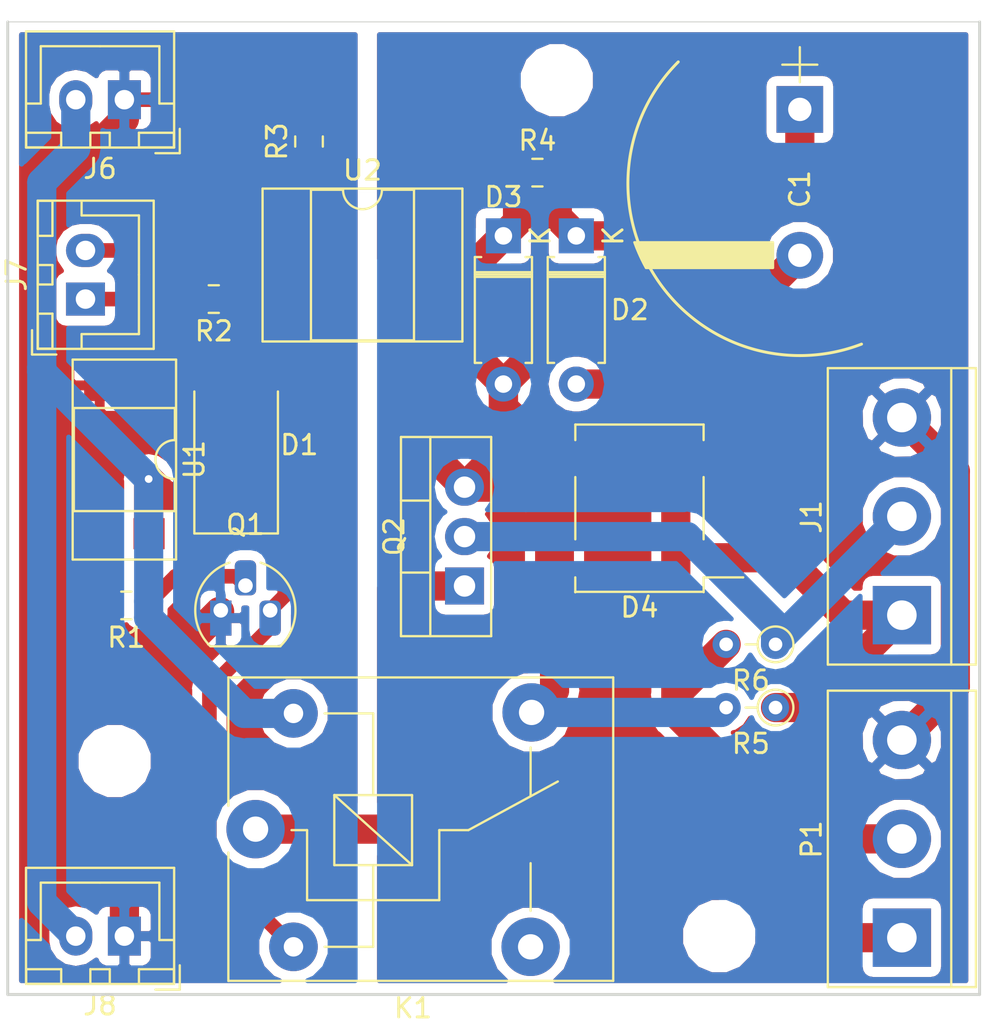
<source format=kicad_pcb>
(kicad_pcb (version 20171130) (host pcbnew 5.0.0)

  (general
    (thickness 1.6)
    (drawings 8)
    (tracks 117)
    (zones 0)
    (modules 24)
    (nets 22)
  )

  (page A4)
  (layers
    (0 F.Cu signal)
    (31 B.Cu signal)
    (32 B.Adhes user)
    (33 F.Adhes user)
    (34 B.Paste user)
    (35 F.Paste user)
    (36 B.SilkS user)
    (37 F.SilkS user)
    (38 B.Mask user)
    (39 F.Mask user)
    (40 Dwgs.User user)
    (41 Cmts.User user)
    (42 Eco1.User user)
    (43 Eco2.User user)
    (44 Edge.Cuts user)
    (45 Margin user)
    (46 B.CrtYd user)
    (47 F.CrtYd user)
    (48 B.Fab user hide)
    (49 F.Fab user hide)
  )

  (setup
    (last_trace_width 0.25)
    (user_trace_width 0.25)
    (user_trace_width 0.75)
    (user_trace_width 1.5)
    (trace_clearance 0.5)
    (zone_clearance 0.508)
    (zone_45_only no)
    (trace_min 0.2)
    (segment_width 0.2)
    (edge_width 0.05)
    (via_size 0.6)
    (via_drill 0.4)
    (via_min_size 0.4)
    (via_min_drill 0.3)
    (uvia_size 0.3)
    (uvia_drill 0.1)
    (uvias_allowed no)
    (uvia_min_size 0.2)
    (uvia_min_drill 0.1)
    (pcb_text_width 0.3)
    (pcb_text_size 1.5 1.5)
    (mod_edge_width 0.15)
    (mod_text_size 1 1)
    (mod_text_width 0.15)
    (pad_size 2.9 2.9)
    (pad_drill 2.9)
    (pad_to_mask_clearance 0.2)
    (aux_axis_origin 0 0)
    (visible_elements FFFFFF7F)
    (pcbplotparams
      (layerselection 0x010f0_ffffffff)
      (usegerberextensions true)
      (usegerberattributes false)
      (usegerberadvancedattributes false)
      (creategerberjobfile false)
      (excludeedgelayer true)
      (linewidth 0.100000)
      (plotframeref false)
      (viasonmask false)
      (mode 1)
      (useauxorigin false)
      (hpglpennumber 1)
      (hpglpenspeed 20)
      (hpglpendiameter 15.000000)
      (psnegative false)
      (psa4output false)
      (plotreference true)
      (plotvalue true)
      (plotinvisibletext false)
      (padsonsilk false)
      (subtractmaskfromsilk false)
      (outputformat 1)
      (mirror false)
      (drillshape 0)
      (scaleselection 1)
      (outputdirectory "gerber/"))
  )

  (net 0 "")
  (net 1 "Net-(C1-Pad1)")
  (net 2 "Net-(C1-Pad2)")
  (net 3 +5V)
  (net 4 "Net-(D1-Pad2)")
  (net 5 "Net-(D2-Pad2)")
  (net 6 "Net-(D3-Pad1)")
  (net 7 "Net-(D4-Pad2)")
  (net 8 "Net-(D4-Pad4)")
  (net 9 "Net-(J1-Pad2)")
  (net 10 "Net-(J1-Pad3)")
  (net 11 GND)
  (net 12 /RelayPin)
  (net 13 /PWMPin)
  (net 14 "Net-(Q1-Pad2)")
  (net 15 "Net-(R1-Pad2)")
  (net 16 "Net-(R2-Pad1)")
  (net 17 "Net-(R3-Pad1)")
  (net 18 "Net-(K1-Pad1)")
  (net 19 "Net-(U2-Pad3)")
  (net 20 "Net-(U2-Pad6)")
  (net 21 "Net-(K1-Pad3)")

  (net_class Default "Ceci est la Netclass par défaut"
    (clearance 0.5)
    (trace_width 0.25)
    (via_dia 0.6)
    (via_drill 0.4)
    (uvia_dia 0.3)
    (uvia_drill 0.1)
    (add_net "Net-(K1-Pad1)")
    (add_net "Net-(K1-Pad3)")
    (add_net "Net-(U2-Pad3)")
    (add_net "Net-(U2-Pad6)")
  )

  (net_class AC ""
    (clearance 0.5)
    (trace_width 1.5)
    (via_dia 0.6)
    (via_drill 0.4)
    (uvia_dia 0.3)
    (uvia_drill 0.1)
    (add_net "Net-(C1-Pad1)")
    (add_net "Net-(C1-Pad2)")
    (add_net "Net-(D2-Pad2)")
    (add_net "Net-(D3-Pad1)")
    (add_net "Net-(D4-Pad2)")
    (add_net "Net-(D4-Pad4)")
    (add_net "Net-(J1-Pad2)")
    (add_net "Net-(J1-Pad3)")
  )

  (net_class Power ""
    (clearance 0.5)
    (trace_width 0.75)
    (via_dia 0.6)
    (via_drill 0.4)
    (uvia_dia 0.3)
    (uvia_drill 0.1)
    (add_net +5V)
    (add_net /PWMPin)
    (add_net /RelayPin)
    (add_net GND)
    (add_net "Net-(D1-Pad2)")
    (add_net "Net-(Q1-Pad2)")
    (add_net "Net-(R1-Pad2)")
    (add_net "Net-(R2-Pad1)")
    (add_net "Net-(R3-Pad1)")
  )

  (module Capacitors_THT:CP_Radial_D18.0mm_P7.50mm (layer F.Cu) (tedit 5AB94D28) (tstamp 5AB94333)
    (at 90.75 54.5 270)
    (descr "CP, Radial series, Radial, pin pitch=7.50mm, , diameter=18mm, Electrolytic Capacitor")
    (tags "CP Radial series Radial pin pitch 7.50mm  diameter 18mm Electrolytic Capacitor")
    (path /5A8BDB66)
    (fp_text reference C1 (at 4.1 0 270) (layer F.SilkS)
      (effects (font (size 1 1) (thickness 0.15)))
    )
    (fp_text value 100u (at 3.75 10.31 270) (layer F.Fab)
      (effects (font (size 1 1) (thickness 0.15)))
    )
    (fp_text user %R (at 3.75 0 270) (layer F.Fab)
      (effects (font (size 1 1) (thickness 0.15)))
    )
    (fp_line (start 13.1 -9.35) (end -5.6 -9.35) (layer F.CrtYd) (width 0.05))
    (fp_line (start 13.1 9.35) (end 13.1 -9.35) (layer F.CrtYd) (width 0.05))
    (fp_line (start -5.6 9.35) (end 13.1 9.35) (layer F.CrtYd) (width 0.05))
    (fp_line (start -5.6 -9.35) (end -5.6 9.35) (layer F.CrtYd) (width 0.05))
    (fp_line (start -2.3 -0.9) (end -2.3 0.9) (layer F.SilkS) (width 0.12))
    (fp_line (start -3.2 0) (end -1.4 0) (layer F.SilkS) (width 0.12))
    (fp_line (start 8.151 1.38) (end 8.151 7.915) (layer F.SilkS) (width 0.12))
    (fp_line (start 8.111 1.38) (end 8.111 7.937) (layer F.SilkS) (width 0.12))
    (fp_line (start 8.071 1.38) (end 8.071 7.958) (layer F.SilkS) (width 0.12))
    (fp_line (start 8.031 1.38) (end 8.031 7.98) (layer F.SilkS) (width 0.12))
    (fp_line (start 7.991 1.38) (end 7.991 8.001) (layer F.SilkS) (width 0.12))
    (fp_line (start 7.951 1.38) (end 7.951 8.022) (layer F.SilkS) (width 0.12))
    (fp_line (start 7.911 1.38) (end 7.911 8.043) (layer F.SilkS) (width 0.12))
    (fp_line (start 7.871 1.38) (end 7.871 8.063) (layer F.SilkS) (width 0.12))
    (fp_line (start 7.831 1.38) (end 7.831 8.083) (layer F.SilkS) (width 0.12))
    (fp_line (start 7.791 1.38) (end 7.791 8.103) (layer F.SilkS) (width 0.12))
    (fp_line (start 7.751 1.38) (end 7.751 8.123) (layer F.SilkS) (width 0.12))
    (fp_line (start 7.711 1.38) (end 7.711 8.143) (layer F.SilkS) (width 0.12))
    (fp_line (start 7.671 1.38) (end 7.671 8.162) (layer F.SilkS) (width 0.12))
    (fp_line (start 7.631 1.38) (end 7.631 8.181) (layer F.SilkS) (width 0.12))
    (fp_line (start 7.591 1.38) (end 7.591 8.2) (layer F.SilkS) (width 0.12))
    (fp_line (start 7.551 1.38) (end 7.551 8.218) (layer F.SilkS) (width 0.12))
    (fp_line (start 7.511 1.38) (end 7.511 8.236) (layer F.SilkS) (width 0.12))
    (fp_line (start 7.471 1.38) (end 7.471 8.254) (layer F.SilkS) (width 0.12))
    (fp_line (start 7.431 1.38) (end 7.431 8.272) (layer F.SilkS) (width 0.12))
    (fp_line (start 7.391 1.38) (end 7.391 8.29) (layer F.SilkS) (width 0.12))
    (fp_line (start 7.351 1.38) (end 7.351 8.307) (layer F.SilkS) (width 0.12))
    (fp_line (start 7.311 1.38) (end 7.311 8.324) (layer F.SilkS) (width 0.12))
    (fp_line (start 7.271 1.38) (end 7.271 8.341) (layer F.SilkS) (width 0.12))
    (fp_line (start 7.231 1.38) (end 7.231 8.358) (layer F.SilkS) (width 0.12))
    (fp_line (start 7.191 1.38) (end 7.191 8.374) (layer F.SilkS) (width 0.12))
    (fp_line (start 7.151 1.38) (end 7.151 8.391) (layer F.SilkS) (width 0.12))
    (fp_line (start 7.111 1.38) (end 7.111 8.407) (layer F.SilkS) (width 0.12))
    (fp_line (start 7.071 1.38) (end 7.071 8.423) (layer F.SilkS) (width 0.12))
    (fp_line (start 7.031 1.38) (end 7.031 8.438) (layer F.SilkS) (width 0.12))
    (fp_line (start 6.991 1.38) (end 6.991 8.453) (layer F.SilkS) (width 0.12))
    (fp_line (start 6.951 1.38) (end 6.951 8.469) (layer F.SilkS) (width 0.12))
    (fp_line (start 6.911 1.38) (end 6.911 8.484) (layer F.SilkS) (width 0.12))
    (fp_line (start 6.871 1.38) (end 6.871 8.498) (layer F.SilkS) (width 0.12))
    (fp_line (start 6.831 1.38) (end 6.831 8.513) (layer F.SilkS) (width 0.12))
    (fp_line (start -2.3 -0.9) (end -2.3 0.9) (layer F.Fab) (width 0.1))
    (fp_line (start -3.2 0) (end -1.4 0) (layer F.Fab) (width 0.1))
    (fp_arc (start 3.81 0) (end 12.065 -3.175) (angle 156.037511) (layer F.SilkS) (width 0.15))
    (pad 2 thru_hole circle (at 7.5 0 270) (size 2.4 2.4) (drill 1.2) (layers *.Cu *.Mask)
      (net 2 "Net-(C1-Pad2)"))
    (pad 1 thru_hole rect (at 0 0 270) (size 2.4 2.4) (drill 1.2) (layers *.Cu *.Mask)
      (net 1 "Net-(C1-Pad1)"))
    (model ${KISYS3DMOD}/Capacitor_THT.3dshapes/CP_Radial_D18.0mm_P7.50mm.wrl
      (at (xyz 0 0 0))
      (scale (xyz 1 1 1))
      (rotate (xyz 0 0 0))
    )
  )

  (module Mounting_Holes:MountingHole_2.7mm_M2.5 (layer F.Cu) (tedit 5AB80F66) (tstamp 5AB80F91)
    (at 55.5 88)
    (descr "Mounting Hole 2.7mm, no annular, M2.5")
    (tags "mounting hole 2.7mm no annular m2.5")
    (attr virtual)
    (fp_text reference SC1 (at 0 -3.7) (layer F.SilkS) hide
      (effects (font (size 1 1) (thickness 0.15)))
    )
    (fp_text value MountingHole_2.7mm_M2.5 (at 0 3.7) (layer F.Fab)
      (effects (font (size 1 1) (thickness 0.15)))
    )
    (fp_text user %R (at 0.3 0) (layer F.Fab)
      (effects (font (size 1 1) (thickness 0.15)))
    )
    (fp_circle (center 0 0) (end 2.7 0) (layer Cmts.User) (width 0.15))
    (fp_circle (center 0 0) (end 2.95 0) (layer F.CrtYd) (width 0.05))
    (pad 1 np_thru_hole circle (at 0 0) (size 2.7 2.7) (drill 2.7) (layers *.Cu *.Mask))
  )

  (module Mounting_Holes:MountingHole_2.7mm_M2.5 (layer F.Cu) (tedit 5AB80F69) (tstamp 5AB80F5A)
    (at 86.6 97)
    (descr "Mounting Hole 2.7mm, no annular, M2.5")
    (tags "mounting hole 2.7mm no annular m2.5")
    (attr virtual)
    (fp_text reference SC2 (at 0 -3.7) (layer F.SilkS) hide
      (effects (font (size 1 1) (thickness 0.15)))
    )
    (fp_text value MountingHole_2.7mm_M2.5 (at 0 3.7) (layer F.Fab)
      (effects (font (size 1 1) (thickness 0.15)))
    )
    (fp_text user %R (at 0.3 0) (layer F.Fab)
      (effects (font (size 1 1) (thickness 0.15)))
    )
    (fp_circle (center 0 0) (end 2.7 0) (layer Cmts.User) (width 0.15))
    (fp_circle (center 0 0) (end 2.95 0) (layer F.CrtYd) (width 0.05))
    (pad 1 np_thru_hole circle (at 0 0) (size 2.7 2.7) (drill 2.7) (layers *.Cu *.Mask))
  )

  (module Mounting_Holes:MountingHole_2.7mm_M2.5 (layer F.Cu) (tedit 5AB80F66) (tstamp 5AB80F58)
    (at 78.25 53)
    (descr "Mounting Hole 2.7mm, no annular, M2.5")
    (tags "mounting hole 2.7mm no annular m2.5")
    (attr virtual)
    (fp_text reference SC1 (at 0 -3.7) (layer F.SilkS) hide
      (effects (font (size 1 1) (thickness 0.15)))
    )
    (fp_text value MountingHole_2.7mm_M2.5 (at 0 3.7) (layer F.Fab)
      (effects (font (size 1 1) (thickness 0.15)))
    )
    (fp_text user %R (at 0.3 0) (layer F.Fab)
      (effects (font (size 1 1) (thickness 0.15)))
    )
    (fp_circle (center 0 0) (end 2.7 0) (layer Cmts.User) (width 0.15))
    (fp_circle (center 0 0) (end 2.95 0) (layer F.CrtYd) (width 0.05))
    (pad 1 np_thru_hole circle (at 0 0) (size 2.7 2.7) (drill 2.7) (layers *.Cu *.Mask))
  )

  (module Diode_SMD:D_SMB_Handsoldering (layer F.Cu) (tedit 590B3D55) (tstamp 5B7B69FE)
    (at 61.75 71.7 90)
    (descr "Diode SMB (DO-214AA) Handsoldering")
    (tags "Diode SMB (DO-214AA) Handsoldering")
    (path /5A8B4D53)
    (attr smd)
    (fp_text reference D1 (at -0.05 3.25 180) (layer F.SilkS)
      (effects (font (size 1 1) (thickness 0.15)))
    )
    (fp_text value D (at 0 3 90) (layer F.Fab)
      (effects (font (size 1 1) (thickness 0.15)))
    )
    (fp_text user %R (at 0 -3 90) (layer F.Fab)
      (effects (font (size 1 1) (thickness 0.15)))
    )
    (fp_line (start -4.6 -2.15) (end -4.6 2.15) (layer F.SilkS) (width 0.12))
    (fp_line (start 2.3 2) (end -2.3 2) (layer F.Fab) (width 0.1))
    (fp_line (start -2.3 2) (end -2.3 -2) (layer F.Fab) (width 0.1))
    (fp_line (start 2.3 -2) (end 2.3 2) (layer F.Fab) (width 0.1))
    (fp_line (start 2.3 -2) (end -2.3 -2) (layer F.Fab) (width 0.1))
    (fp_line (start -4.7 -2.25) (end 4.7 -2.25) (layer F.CrtYd) (width 0.05))
    (fp_line (start 4.7 -2.25) (end 4.7 2.25) (layer F.CrtYd) (width 0.05))
    (fp_line (start 4.7 2.25) (end -4.7 2.25) (layer F.CrtYd) (width 0.05))
    (fp_line (start -4.7 2.25) (end -4.7 -2.25) (layer F.CrtYd) (width 0.05))
    (fp_line (start -0.64944 0.00102) (end -1.55114 0.00102) (layer F.Fab) (width 0.1))
    (fp_line (start 0.50118 0.00102) (end 1.4994 0.00102) (layer F.Fab) (width 0.1))
    (fp_line (start -0.64944 -0.79908) (end -0.64944 0.80112) (layer F.Fab) (width 0.1))
    (fp_line (start 0.50118 0.75032) (end 0.50118 -0.79908) (layer F.Fab) (width 0.1))
    (fp_line (start -0.64944 0.00102) (end 0.50118 0.75032) (layer F.Fab) (width 0.1))
    (fp_line (start -0.64944 0.00102) (end 0.50118 -0.79908) (layer F.Fab) (width 0.1))
    (fp_line (start -4.6 2.15) (end 2.7 2.15) (layer F.SilkS) (width 0.12))
    (fp_line (start -4.6 -2.15) (end 2.7 -2.15) (layer F.SilkS) (width 0.12))
    (pad 1 smd rect (at -2.7 0 90) (size 3.5 2.3) (layers F.Cu F.Paste F.Mask)
      (net 3 +5V))
    (pad 2 smd rect (at 2.7 0 90) (size 3.5 2.3) (layers F.Cu F.Paste F.Mask)
      (net 4 "Net-(D1-Pad2)"))
    (model ${KISYS3DMOD}/Diode_SMD.3dshapes/D_SMB.wrl
      (at (xyz 0 0 0))
      (scale (xyz 1 1 1))
      (rotate (xyz 0 0 0))
    )
  )

  (module Diode_THT:D_A-405_P7.62mm_Horizontal (layer F.Cu) (tedit 5AE50CD5) (tstamp 5B7B6A15)
    (at 79.25 61 270)
    (descr "Diode, A-405 series, Axial, Horizontal, pin pitch=7.62mm, , length*diameter=5.2*2.7mm^2, , http://www.diodes.com/_files/packages/A-405.pdf")
    (tags "Diode A-405 series Axial Horizontal pin pitch 7.62mm  length 5.2mm diameter 2.7mm")
    (path /5A8BE6BF)
    (fp_text reference D2 (at 3.81 -2.75) (layer F.SilkS)
      (effects (font (size 1 1) (thickness 0.15)))
    )
    (fp_text value D_ALT (at 3.81 2.41 270) (layer F.Fab)
      (effects (font (size 1 1) (thickness 0.15)))
    )
    (fp_text user K (at 0 -1.9 270) (layer F.SilkS)
      (effects (font (size 1 1) (thickness 0.15)))
    )
    (fp_text user K (at 0 -1.9 270) (layer F.Fab)
      (effects (font (size 1 1) (thickness 0.15)))
    )
    (fp_text user %R (at 4.2 0 270) (layer F.Fab)
      (effects (font (size 1 1) (thickness 0.15)))
    )
    (fp_line (start 8.77 -1.6) (end -1.15 -1.6) (layer F.CrtYd) (width 0.05))
    (fp_line (start 8.77 1.6) (end 8.77 -1.6) (layer F.CrtYd) (width 0.05))
    (fp_line (start -1.15 1.6) (end 8.77 1.6) (layer F.CrtYd) (width 0.05))
    (fp_line (start -1.15 -1.6) (end -1.15 1.6) (layer F.CrtYd) (width 0.05))
    (fp_line (start 1.87 -1.47) (end 1.87 1.47) (layer F.SilkS) (width 0.12))
    (fp_line (start 2.11 -1.47) (end 2.11 1.47) (layer F.SilkS) (width 0.12))
    (fp_line (start 1.99 -1.47) (end 1.99 1.47) (layer F.SilkS) (width 0.12))
    (fp_line (start 6.53 1.47) (end 6.53 1.14) (layer F.SilkS) (width 0.12))
    (fp_line (start 1.09 1.47) (end 6.53 1.47) (layer F.SilkS) (width 0.12))
    (fp_line (start 1.09 1.14) (end 1.09 1.47) (layer F.SilkS) (width 0.12))
    (fp_line (start 6.53 -1.47) (end 6.53 -1.14) (layer F.SilkS) (width 0.12))
    (fp_line (start 1.09 -1.47) (end 6.53 -1.47) (layer F.SilkS) (width 0.12))
    (fp_line (start 1.09 -1.14) (end 1.09 -1.47) (layer F.SilkS) (width 0.12))
    (fp_line (start 1.89 -1.35) (end 1.89 1.35) (layer F.Fab) (width 0.1))
    (fp_line (start 2.09 -1.35) (end 2.09 1.35) (layer F.Fab) (width 0.1))
    (fp_line (start 1.99 -1.35) (end 1.99 1.35) (layer F.Fab) (width 0.1))
    (fp_line (start 7.62 0) (end 6.41 0) (layer F.Fab) (width 0.1))
    (fp_line (start 0 0) (end 1.21 0) (layer F.Fab) (width 0.1))
    (fp_line (start 6.41 -1.35) (end 1.21 -1.35) (layer F.Fab) (width 0.1))
    (fp_line (start 6.41 1.35) (end 6.41 -1.35) (layer F.Fab) (width 0.1))
    (fp_line (start 1.21 1.35) (end 6.41 1.35) (layer F.Fab) (width 0.1))
    (fp_line (start 1.21 -1.35) (end 1.21 1.35) (layer F.Fab) (width 0.1))
    (pad 2 thru_hole oval (at 7.62 0 270) (size 1.8 1.8) (drill 0.9) (layers *.Cu *.Mask)
      (net 5 "Net-(D2-Pad2)"))
    (pad 1 thru_hole rect (at 0 0 270) (size 1.8 1.8) (drill 0.9) (layers *.Cu *.Mask)
      (net 1 "Net-(C1-Pad1)"))
    (model ${KISYS3DMOD}/Diode_THT.3dshapes/D_A-405_P7.62mm_Horizontal.wrl
      (at (xyz 0 0 0))
      (scale (xyz 1 1 1))
      (rotate (xyz 0 0 0))
    )
  )

  (module Diode_THT:D_A-405_P7.62mm_Horizontal (layer F.Cu) (tedit 5AE50CD5) (tstamp 5B7B6A33)
    (at 75.5 61 270)
    (descr "Diode, A-405 series, Axial, Horizontal, pin pitch=7.62mm, , length*diameter=5.2*2.7mm^2, , http://www.diodes.com/_files/packages/A-405.pdf")
    (tags "Diode A-405 series Axial Horizontal pin pitch 7.62mm  length 5.2mm diameter 2.7mm")
    (path /5A8BD1CB)
    (fp_text reference D3 (at -2 0) (layer F.SilkS)
      (effects (font (size 1 1) (thickness 0.15)))
    )
    (fp_text value D_Zener_ALT (at 3.81 2.41 270) (layer F.Fab)
      (effects (font (size 1 1) (thickness 0.15)))
    )
    (fp_line (start 1.21 -1.35) (end 1.21 1.35) (layer F.Fab) (width 0.1))
    (fp_line (start 1.21 1.35) (end 6.41 1.35) (layer F.Fab) (width 0.1))
    (fp_line (start 6.41 1.35) (end 6.41 -1.35) (layer F.Fab) (width 0.1))
    (fp_line (start 6.41 -1.35) (end 1.21 -1.35) (layer F.Fab) (width 0.1))
    (fp_line (start 0 0) (end 1.21 0) (layer F.Fab) (width 0.1))
    (fp_line (start 7.62 0) (end 6.41 0) (layer F.Fab) (width 0.1))
    (fp_line (start 1.99 -1.35) (end 1.99 1.35) (layer F.Fab) (width 0.1))
    (fp_line (start 2.09 -1.35) (end 2.09 1.35) (layer F.Fab) (width 0.1))
    (fp_line (start 1.89 -1.35) (end 1.89 1.35) (layer F.Fab) (width 0.1))
    (fp_line (start 1.09 -1.14) (end 1.09 -1.47) (layer F.SilkS) (width 0.12))
    (fp_line (start 1.09 -1.47) (end 6.53 -1.47) (layer F.SilkS) (width 0.12))
    (fp_line (start 6.53 -1.47) (end 6.53 -1.14) (layer F.SilkS) (width 0.12))
    (fp_line (start 1.09 1.14) (end 1.09 1.47) (layer F.SilkS) (width 0.12))
    (fp_line (start 1.09 1.47) (end 6.53 1.47) (layer F.SilkS) (width 0.12))
    (fp_line (start 6.53 1.47) (end 6.53 1.14) (layer F.SilkS) (width 0.12))
    (fp_line (start 1.99 -1.47) (end 1.99 1.47) (layer F.SilkS) (width 0.12))
    (fp_line (start 2.11 -1.47) (end 2.11 1.47) (layer F.SilkS) (width 0.12))
    (fp_line (start 1.87 -1.47) (end 1.87 1.47) (layer F.SilkS) (width 0.12))
    (fp_line (start -1.15 -1.6) (end -1.15 1.6) (layer F.CrtYd) (width 0.05))
    (fp_line (start -1.15 1.6) (end 8.77 1.6) (layer F.CrtYd) (width 0.05))
    (fp_line (start 8.77 1.6) (end 8.77 -1.6) (layer F.CrtYd) (width 0.05))
    (fp_line (start 8.77 -1.6) (end -1.15 -1.6) (layer F.CrtYd) (width 0.05))
    (fp_text user %R (at 4.2 0 270) (layer F.Fab)
      (effects (font (size 1 1) (thickness 0.15)))
    )
    (fp_text user K (at 0 -1.9 270) (layer F.Fab)
      (effects (font (size 1 1) (thickness 0.15)))
    )
    (fp_text user K (at 0 -1.9 270) (layer F.SilkS)
      (effects (font (size 1 1) (thickness 0.15)))
    )
    (pad 1 thru_hole rect (at 0 0 270) (size 1.8 1.8) (drill 0.9) (layers *.Cu *.Mask)
      (net 6 "Net-(D3-Pad1)"))
    (pad 2 thru_hole oval (at 7.62 0 270) (size 1.8 1.8) (drill 0.9) (layers *.Cu *.Mask)
      (net 2 "Net-(C1-Pad2)"))
    (model ${KISYS3DMOD}/Diode_THT.3dshapes/D_A-405_P7.62mm_Horizontal.wrl
      (at (xyz 0 0 0))
      (scale (xyz 1 1 1))
      (rotate (xyz 0 0 0))
    )
  )

  (module Diode_SMD:Diode_Bridge_Vishay_DFS (layer F.Cu) (tedit 5A4F675E) (tstamp 5B7B6A51)
    (at 82.5 75 180)
    (descr "SMD diode bridge DFS, see http://www.vishay.com/docs/88854/padlayouts.pdf")
    (tags DFS)
    (path /5A8C31C6)
    (attr smd)
    (fp_text reference D4 (at 0 -5.1 180) (layer F.SilkS)
      (effects (font (size 1 1) (thickness 0.15)))
    )
    (fp_text value D_Bridge_+A-A (at 0 5.2 180) (layer F.Fab)
      (effects (font (size 1 1) (thickness 0.15)))
    )
    (fp_line (start 3.302 -4.318) (end 3.302 -4.318) (layer F.SilkS) (width 0.12))
    (fp_line (start 3.302 -3.556) (end 3.302 -4.318) (layer F.SilkS) (width 0.12))
    (fp_line (start -5.334 -3.556) (end -5.334 -3.556) (layer F.SilkS) (width 0.12))
    (fp_line (start -3.302 -3.556) (end -5.334 -3.556) (layer F.SilkS) (width 0.12))
    (fp_line (start -3.302 -4.318) (end -3.302 -3.556) (layer F.SilkS) (width 0.12))
    (fp_text user %R (at 0 -0.065 180) (layer F.Fab)
      (effects (font (size 1 1) (thickness 0.15)))
    )
    (fp_line (start -3.3 3.5) (end -3.3 4.3) (layer F.SilkS) (width 0.12))
    (fp_line (start -3.3 4.3) (end 3.3 4.3) (layer F.SilkS) (width 0.12))
    (fp_line (start 3.3 4.3) (end 3.3 3.5) (layer F.SilkS) (width 0.12))
    (fp_line (start -3.3 -1.6) (end -3.3 1.6) (layer F.SilkS) (width 0.12))
    (fp_line (start 3.3 -1.6) (end 3.3 1.6) (layer F.SilkS) (width 0.12))
    (fp_line (start -3.3 -4.3) (end 3.3 -4.3) (layer F.SilkS) (width 0.12))
    (fp_line (start 3.2 -4.2) (end 3.2 4.2) (layer F.Fab) (width 0.12))
    (fp_line (start 3.2 4.2) (end -3.2 4.2) (layer F.Fab) (width 0.12))
    (fp_line (start -3.2 4.2) (end -3.2 -3.3) (layer F.Fab) (width 0.12))
    (fp_line (start -3.2 -3.3) (end -2.3 -4.2) (layer F.Fab) (width 0.12))
    (fp_line (start -2.3 -4.2) (end 3.2 -4.2) (layer F.Fab) (width 0.12))
    (fp_line (start -5.62 -4.45) (end 5.62 -4.45) (layer F.CrtYd) (width 0.05))
    (fp_line (start -5.62 -4.45) (end -5.62 4.45) (layer F.CrtYd) (width 0.05))
    (fp_line (start 5.62 4.45) (end 5.62 -4.45) (layer F.CrtYd) (width 0.05))
    (fp_line (start 5.62 4.45) (end -5.62 4.45) (layer F.CrtYd) (width 0.05))
    (pad 1 smd rect (at -4.37 -2.55 180) (size 2 1.5) (layers F.Cu F.Paste F.Mask)
      (net 5 "Net-(D2-Pad2)"))
    (pad 2 smd rect (at -4.37 2.55 180) (size 2 1.5) (layers F.Cu F.Paste F.Mask)
      (net 7 "Net-(D4-Pad2)"))
    (pad 3 smd rect (at 4.37 2.55 180) (size 2 1.5) (layers F.Cu F.Paste F.Mask)
      (net 2 "Net-(C1-Pad2)"))
    (pad 4 smd rect (at 4.37 -2.55 180) (size 2 1.5) (layers F.Cu F.Paste F.Mask)
      (net 8 "Net-(D4-Pad4)"))
    (model ${KISYS3DMOD}/Diode_SMD.3dshapes/Diode_Bridge_Vishay_DFS.wrl
      (at (xyz 0 0 0))
      (scale (xyz 1 1 1))
      (rotate (xyz 0 0 0))
    )
  )

  (module Connector_JST:JST_XH_B02B-XH-A_1x02_P2.50mm_Vertical (layer F.Cu) (tedit 5A2731AA) (tstamp 5B7B6A82)
    (at 56 54 180)
    (descr "JST XH series connector, B02B-XH-A (http://www.jst-mfg.com/product/pdf/eng/eXH.pdf), generated with kicad-footprint-generator")
    (tags "connector JST XH side entry")
    (path /5A8B5715)
    (fp_text reference J6 (at 1.25 -3.55 180) (layer F.SilkS)
      (effects (font (size 1 1) (thickness 0.15)))
    )
    (fp_text value Conn_01x02 (at 1.25 4.6 180) (layer F.Fab)
      (effects (font (size 1 1) (thickness 0.15)))
    )
    (fp_line (start -2.45 -2.35) (end -2.45 3.4) (layer F.Fab) (width 0.1))
    (fp_line (start -2.45 3.4) (end 4.95 3.4) (layer F.Fab) (width 0.1))
    (fp_line (start 4.95 3.4) (end 4.95 -2.35) (layer F.Fab) (width 0.1))
    (fp_line (start 4.95 -2.35) (end -2.45 -2.35) (layer F.Fab) (width 0.1))
    (fp_line (start -2.56 -2.46) (end -2.56 3.51) (layer F.SilkS) (width 0.12))
    (fp_line (start -2.56 3.51) (end 5.06 3.51) (layer F.SilkS) (width 0.12))
    (fp_line (start 5.06 3.51) (end 5.06 -2.46) (layer F.SilkS) (width 0.12))
    (fp_line (start 5.06 -2.46) (end -2.56 -2.46) (layer F.SilkS) (width 0.12))
    (fp_line (start -2.95 -2.85) (end -2.95 3.9) (layer F.CrtYd) (width 0.05))
    (fp_line (start -2.95 3.9) (end 5.45 3.9) (layer F.CrtYd) (width 0.05))
    (fp_line (start 5.45 3.9) (end 5.45 -2.85) (layer F.CrtYd) (width 0.05))
    (fp_line (start 5.45 -2.85) (end -2.95 -2.85) (layer F.CrtYd) (width 0.05))
    (fp_line (start -0.625 -2.35) (end 0 -1.35) (layer F.Fab) (width 0.1))
    (fp_line (start 0 -1.35) (end 0.625 -2.35) (layer F.Fab) (width 0.1))
    (fp_line (start 0.75 -2.45) (end 0.75 -1.7) (layer F.SilkS) (width 0.12))
    (fp_line (start 0.75 -1.7) (end 1.75 -1.7) (layer F.SilkS) (width 0.12))
    (fp_line (start 1.75 -1.7) (end 1.75 -2.45) (layer F.SilkS) (width 0.12))
    (fp_line (start 1.75 -2.45) (end 0.75 -2.45) (layer F.SilkS) (width 0.12))
    (fp_line (start -2.55 -2.45) (end -2.55 -1.7) (layer F.SilkS) (width 0.12))
    (fp_line (start -2.55 -1.7) (end -0.75 -1.7) (layer F.SilkS) (width 0.12))
    (fp_line (start -0.75 -1.7) (end -0.75 -2.45) (layer F.SilkS) (width 0.12))
    (fp_line (start -0.75 -2.45) (end -2.55 -2.45) (layer F.SilkS) (width 0.12))
    (fp_line (start 3.25 -2.45) (end 3.25 -1.7) (layer F.SilkS) (width 0.12))
    (fp_line (start 3.25 -1.7) (end 5.05 -1.7) (layer F.SilkS) (width 0.12))
    (fp_line (start 5.05 -1.7) (end 5.05 -2.45) (layer F.SilkS) (width 0.12))
    (fp_line (start 5.05 -2.45) (end 3.25 -2.45) (layer F.SilkS) (width 0.12))
    (fp_line (start -2.55 -0.2) (end -1.8 -0.2) (layer F.SilkS) (width 0.12))
    (fp_line (start -1.8 -0.2) (end -1.8 2.75) (layer F.SilkS) (width 0.12))
    (fp_line (start -1.8 2.75) (end 1.25 2.75) (layer F.SilkS) (width 0.12))
    (fp_line (start 5.05 -0.2) (end 4.3 -0.2) (layer F.SilkS) (width 0.12))
    (fp_line (start 4.3 -0.2) (end 4.3 2.75) (layer F.SilkS) (width 0.12))
    (fp_line (start 4.3 2.75) (end 1.25 2.75) (layer F.SilkS) (width 0.12))
    (fp_line (start -1.6 -2.75) (end -2.85 -2.75) (layer F.SilkS) (width 0.12))
    (fp_line (start -2.85 -2.75) (end -2.85 -1.5) (layer F.SilkS) (width 0.12))
    (fp_text user %R (at 1.25 2.7 180) (layer F.Fab)
      (effects (font (size 1 1) (thickness 0.15)))
    )
    (pad 1 thru_hole rect (at 0 0 180) (size 1.7 2) (drill 1) (layers *.Cu *.Mask)
      (net 11 GND))
    (pad 2 thru_hole oval (at 2.5 0 180) (size 1.7 2) (drill 1) (layers *.Cu *.Mask)
      (net 3 +5V))
    (model ${KISYS3DMOD}/Connector_JST.3dshapes/JST_XH_B02B-XH-A_1x02_P2.50mm_Vertical.wrl
      (at (xyz 0 0 0))
      (scale (xyz 1 1 1))
      (rotate (xyz 0 0 0))
    )
  )

  (module Connector_JST:JST_XH_B02B-XH-A_1x02_P2.50mm_Vertical (layer F.Cu) (tedit 5A2731AA) (tstamp 5B7B6AAA)
    (at 54 64.25 90)
    (descr "JST XH series connector, B02B-XH-A (http://www.jst-mfg.com/product/pdf/eng/eXH.pdf), generated with kicad-footprint-generator")
    (tags "connector JST XH side entry")
    (path /5A8B5068)
    (fp_text reference J7 (at 1.25 -3.55 90) (layer F.SilkS)
      (effects (font (size 1 1) (thickness 0.15)))
    )
    (fp_text value Conn_01x02 (at 1.25 4.6 90) (layer F.Fab)
      (effects (font (size 1 1) (thickness 0.15)))
    )
    (fp_line (start -2.45 -2.35) (end -2.45 3.4) (layer F.Fab) (width 0.1))
    (fp_line (start -2.45 3.4) (end 4.95 3.4) (layer F.Fab) (width 0.1))
    (fp_line (start 4.95 3.4) (end 4.95 -2.35) (layer F.Fab) (width 0.1))
    (fp_line (start 4.95 -2.35) (end -2.45 -2.35) (layer F.Fab) (width 0.1))
    (fp_line (start -2.56 -2.46) (end -2.56 3.51) (layer F.SilkS) (width 0.12))
    (fp_line (start -2.56 3.51) (end 5.06 3.51) (layer F.SilkS) (width 0.12))
    (fp_line (start 5.06 3.51) (end 5.06 -2.46) (layer F.SilkS) (width 0.12))
    (fp_line (start 5.06 -2.46) (end -2.56 -2.46) (layer F.SilkS) (width 0.12))
    (fp_line (start -2.95 -2.85) (end -2.95 3.9) (layer F.CrtYd) (width 0.05))
    (fp_line (start -2.95 3.9) (end 5.45 3.9) (layer F.CrtYd) (width 0.05))
    (fp_line (start 5.45 3.9) (end 5.45 -2.85) (layer F.CrtYd) (width 0.05))
    (fp_line (start 5.45 -2.85) (end -2.95 -2.85) (layer F.CrtYd) (width 0.05))
    (fp_line (start -0.625 -2.35) (end 0 -1.35) (layer F.Fab) (width 0.1))
    (fp_line (start 0 -1.35) (end 0.625 -2.35) (layer F.Fab) (width 0.1))
    (fp_line (start 0.75 -2.45) (end 0.75 -1.7) (layer F.SilkS) (width 0.12))
    (fp_line (start 0.75 -1.7) (end 1.75 -1.7) (layer F.SilkS) (width 0.12))
    (fp_line (start 1.75 -1.7) (end 1.75 -2.45) (layer F.SilkS) (width 0.12))
    (fp_line (start 1.75 -2.45) (end 0.75 -2.45) (layer F.SilkS) (width 0.12))
    (fp_line (start -2.55 -2.45) (end -2.55 -1.7) (layer F.SilkS) (width 0.12))
    (fp_line (start -2.55 -1.7) (end -0.75 -1.7) (layer F.SilkS) (width 0.12))
    (fp_line (start -0.75 -1.7) (end -0.75 -2.45) (layer F.SilkS) (width 0.12))
    (fp_line (start -0.75 -2.45) (end -2.55 -2.45) (layer F.SilkS) (width 0.12))
    (fp_line (start 3.25 -2.45) (end 3.25 -1.7) (layer F.SilkS) (width 0.12))
    (fp_line (start 3.25 -1.7) (end 5.05 -1.7) (layer F.SilkS) (width 0.12))
    (fp_line (start 5.05 -1.7) (end 5.05 -2.45) (layer F.SilkS) (width 0.12))
    (fp_line (start 5.05 -2.45) (end 3.25 -2.45) (layer F.SilkS) (width 0.12))
    (fp_line (start -2.55 -0.2) (end -1.8 -0.2) (layer F.SilkS) (width 0.12))
    (fp_line (start -1.8 -0.2) (end -1.8 2.75) (layer F.SilkS) (width 0.12))
    (fp_line (start -1.8 2.75) (end 1.25 2.75) (layer F.SilkS) (width 0.12))
    (fp_line (start 5.05 -0.2) (end 4.3 -0.2) (layer F.SilkS) (width 0.12))
    (fp_line (start 4.3 -0.2) (end 4.3 2.75) (layer F.SilkS) (width 0.12))
    (fp_line (start 4.3 2.75) (end 1.25 2.75) (layer F.SilkS) (width 0.12))
    (fp_line (start -1.6 -2.75) (end -2.85 -2.75) (layer F.SilkS) (width 0.12))
    (fp_line (start -2.85 -2.75) (end -2.85 -1.5) (layer F.SilkS) (width 0.12))
    (fp_text user %R (at 1.25 2.7 90) (layer F.Fab)
      (effects (font (size 1 1) (thickness 0.15)))
    )
    (pad 1 thru_hole rect (at 0 0 90) (size 1.7 2) (drill 1) (layers *.Cu *.Mask)
      (net 12 /RelayPin))
    (pad 2 thru_hole oval (at 2.5 0 90) (size 1.7 2) (drill 1) (layers *.Cu *.Mask)
      (net 13 /PWMPin))
    (model ${KISYS3DMOD}/Connector_JST.3dshapes/JST_XH_B02B-XH-A_1x02_P2.50mm_Vertical.wrl
      (at (xyz 0 0 0))
      (scale (xyz 1 1 1))
      (rotate (xyz 0 0 0))
    )
  )

  (module Connector_JST:JST_XH_B02B-XH-A_1x02_P2.50mm_Vertical (layer F.Cu) (tedit 5A2731AA) (tstamp 5B7B6AD2)
    (at 56 97 180)
    (descr "JST XH series connector, B02B-XH-A (http://www.jst-mfg.com/product/pdf/eng/eXH.pdf), generated with kicad-footprint-generator")
    (tags "connector JST XH side entry")
    (path /5A8B56AD)
    (fp_text reference J8 (at 1.25 -3.55 180) (layer F.SilkS)
      (effects (font (size 1 1) (thickness 0.15)))
    )
    (fp_text value Conn_01x02 (at 1.25 4.6 180) (layer F.Fab)
      (effects (font (size 1 1) (thickness 0.15)))
    )
    (fp_text user %R (at 1.25 2.7 180) (layer F.Fab)
      (effects (font (size 1 1) (thickness 0.15)))
    )
    (fp_line (start -2.85 -2.75) (end -2.85 -1.5) (layer F.SilkS) (width 0.12))
    (fp_line (start -1.6 -2.75) (end -2.85 -2.75) (layer F.SilkS) (width 0.12))
    (fp_line (start 4.3 2.75) (end 1.25 2.75) (layer F.SilkS) (width 0.12))
    (fp_line (start 4.3 -0.2) (end 4.3 2.75) (layer F.SilkS) (width 0.12))
    (fp_line (start 5.05 -0.2) (end 4.3 -0.2) (layer F.SilkS) (width 0.12))
    (fp_line (start -1.8 2.75) (end 1.25 2.75) (layer F.SilkS) (width 0.12))
    (fp_line (start -1.8 -0.2) (end -1.8 2.75) (layer F.SilkS) (width 0.12))
    (fp_line (start -2.55 -0.2) (end -1.8 -0.2) (layer F.SilkS) (width 0.12))
    (fp_line (start 5.05 -2.45) (end 3.25 -2.45) (layer F.SilkS) (width 0.12))
    (fp_line (start 5.05 -1.7) (end 5.05 -2.45) (layer F.SilkS) (width 0.12))
    (fp_line (start 3.25 -1.7) (end 5.05 -1.7) (layer F.SilkS) (width 0.12))
    (fp_line (start 3.25 -2.45) (end 3.25 -1.7) (layer F.SilkS) (width 0.12))
    (fp_line (start -0.75 -2.45) (end -2.55 -2.45) (layer F.SilkS) (width 0.12))
    (fp_line (start -0.75 -1.7) (end -0.75 -2.45) (layer F.SilkS) (width 0.12))
    (fp_line (start -2.55 -1.7) (end -0.75 -1.7) (layer F.SilkS) (width 0.12))
    (fp_line (start -2.55 -2.45) (end -2.55 -1.7) (layer F.SilkS) (width 0.12))
    (fp_line (start 1.75 -2.45) (end 0.75 -2.45) (layer F.SilkS) (width 0.12))
    (fp_line (start 1.75 -1.7) (end 1.75 -2.45) (layer F.SilkS) (width 0.12))
    (fp_line (start 0.75 -1.7) (end 1.75 -1.7) (layer F.SilkS) (width 0.12))
    (fp_line (start 0.75 -2.45) (end 0.75 -1.7) (layer F.SilkS) (width 0.12))
    (fp_line (start 0 -1.35) (end 0.625 -2.35) (layer F.Fab) (width 0.1))
    (fp_line (start -0.625 -2.35) (end 0 -1.35) (layer F.Fab) (width 0.1))
    (fp_line (start 5.45 -2.85) (end -2.95 -2.85) (layer F.CrtYd) (width 0.05))
    (fp_line (start 5.45 3.9) (end 5.45 -2.85) (layer F.CrtYd) (width 0.05))
    (fp_line (start -2.95 3.9) (end 5.45 3.9) (layer F.CrtYd) (width 0.05))
    (fp_line (start -2.95 -2.85) (end -2.95 3.9) (layer F.CrtYd) (width 0.05))
    (fp_line (start 5.06 -2.46) (end -2.56 -2.46) (layer F.SilkS) (width 0.12))
    (fp_line (start 5.06 3.51) (end 5.06 -2.46) (layer F.SilkS) (width 0.12))
    (fp_line (start -2.56 3.51) (end 5.06 3.51) (layer F.SilkS) (width 0.12))
    (fp_line (start -2.56 -2.46) (end -2.56 3.51) (layer F.SilkS) (width 0.12))
    (fp_line (start 4.95 -2.35) (end -2.45 -2.35) (layer F.Fab) (width 0.1))
    (fp_line (start 4.95 3.4) (end 4.95 -2.35) (layer F.Fab) (width 0.1))
    (fp_line (start -2.45 3.4) (end 4.95 3.4) (layer F.Fab) (width 0.1))
    (fp_line (start -2.45 -2.35) (end -2.45 3.4) (layer F.Fab) (width 0.1))
    (pad 2 thru_hole oval (at 2.5 0 180) (size 1.7 2) (drill 1) (layers *.Cu *.Mask)
      (net 3 +5V))
    (pad 1 thru_hole rect (at 0 0 180) (size 1.7 2) (drill 1) (layers *.Cu *.Mask)
      (net 11 GND))
    (model ${KISYS3DMOD}/Connector_JST.3dshapes/JST_XH_B02B-XH-A_1x02_P2.50mm_Vertical.wrl
      (at (xyz 0 0 0))
      (scale (xyz 1 1 1))
      (rotate (xyz 0 0 0))
    )
  )

  (module Package_TO_SOT_THT:TO-220-3_Vertical (layer F.Cu) (tedit 5AC8BA0D) (tstamp 5B7B6B0F)
    (at 73.5 79 90)
    (descr "TO-220-3, Vertical, RM 2.54mm, see https://www.vishay.com/docs/66542/to-220-1.pdf")
    (tags "TO-220-3 Vertical RM 2.54mm")
    (path /5A8C730C)
    (fp_text reference Q2 (at 2.54 -3.62 90) (layer F.SilkS)
      (effects (font (size 1 1) (thickness 0.15)))
    )
    (fp_text value Q_NMOS_GDS (at 2.54 3.92 90) (layer F.Fab)
      (effects (font (size 1 1) (thickness 0.15)))
    )
    (fp_line (start -2.46 -3.15) (end -2.46 1.25) (layer F.Fab) (width 0.1))
    (fp_line (start -2.46 1.25) (end 7.54 1.25) (layer F.Fab) (width 0.1))
    (fp_line (start 7.54 1.25) (end 7.54 -3.15) (layer F.Fab) (width 0.1))
    (fp_line (start 7.54 -3.15) (end -2.46 -3.15) (layer F.Fab) (width 0.1))
    (fp_line (start -2.46 -1.88) (end 7.54 -1.88) (layer F.Fab) (width 0.1))
    (fp_line (start 0.69 -3.15) (end 0.69 -1.88) (layer F.Fab) (width 0.1))
    (fp_line (start 4.39 -3.15) (end 4.39 -1.88) (layer F.Fab) (width 0.1))
    (fp_line (start -2.58 -3.27) (end 7.66 -3.27) (layer F.SilkS) (width 0.12))
    (fp_line (start -2.58 1.371) (end 7.66 1.371) (layer F.SilkS) (width 0.12))
    (fp_line (start -2.58 -3.27) (end -2.58 1.371) (layer F.SilkS) (width 0.12))
    (fp_line (start 7.66 -3.27) (end 7.66 1.371) (layer F.SilkS) (width 0.12))
    (fp_line (start -2.58 -1.76) (end 7.66 -1.76) (layer F.SilkS) (width 0.12))
    (fp_line (start 0.69 -3.27) (end 0.69 -1.76) (layer F.SilkS) (width 0.12))
    (fp_line (start 4.391 -3.27) (end 4.391 -1.76) (layer F.SilkS) (width 0.12))
    (fp_line (start -2.71 -3.4) (end -2.71 1.51) (layer F.CrtYd) (width 0.05))
    (fp_line (start -2.71 1.51) (end 7.79 1.51) (layer F.CrtYd) (width 0.05))
    (fp_line (start 7.79 1.51) (end 7.79 -3.4) (layer F.CrtYd) (width 0.05))
    (fp_line (start 7.79 -3.4) (end -2.71 -3.4) (layer F.CrtYd) (width 0.05))
    (fp_text user %R (at 2.54 -4.27 90) (layer F.Fab)
      (effects (font (size 1 1) (thickness 0.15)))
    )
    (pad 1 thru_hole rect (at 0 0 90) (size 1.905 2) (drill 1.1) (layers *.Cu *.Mask)
      (net 6 "Net-(D3-Pad1)"))
    (pad 2 thru_hole oval (at 2.54 0 90) (size 1.905 2) (drill 1.1) (layers *.Cu *.Mask)
      (net 9 "Net-(J1-Pad2)"))
    (pad 3 thru_hole oval (at 5.08 0 90) (size 1.905 2) (drill 1.1) (layers *.Cu *.Mask)
      (net 2 "Net-(C1-Pad2)"))
    (model ${KISYS3DMOD}/Package_TO_SOT_THT.3dshapes/TO-220-3_Vertical.wrl
      (at (xyz 0 0 0))
      (scale (xyz 1 1 1))
      (rotate (xyz 0 0 0))
    )
  )

  (module Resistor_SMD:R_0805_2012Metric_Pad1.15x1.40mm_HandSolder (layer F.Cu) (tedit 5B36C52B) (tstamp 5B7B6B28)
    (at 56.1 80 180)
    (descr "Resistor SMD 0805 (2012 Metric), square (rectangular) end terminal, IPC_7351 nominal with elongated pad for handsoldering. (Body size source: https://docs.google.com/spreadsheets/d/1BsfQQcO9C6DZCsRaXUlFlo91Tg2WpOkGARC1WS5S8t0/edit?usp=sharing), generated with kicad-footprint-generator")
    (tags "resistor handsolder")
    (path /5A8B506A)
    (attr smd)
    (fp_text reference R1 (at 0 -1.65 180) (layer F.SilkS)
      (effects (font (size 1 1) (thickness 0.15)))
    )
    (fp_text value 510R (at 0 1.65 180) (layer F.Fab)
      (effects (font (size 1 1) (thickness 0.15)))
    )
    (fp_line (start -1 0.6) (end -1 -0.6) (layer F.Fab) (width 0.1))
    (fp_line (start -1 -0.6) (end 1 -0.6) (layer F.Fab) (width 0.1))
    (fp_line (start 1 -0.6) (end 1 0.6) (layer F.Fab) (width 0.1))
    (fp_line (start 1 0.6) (end -1 0.6) (layer F.Fab) (width 0.1))
    (fp_line (start -0.261252 -0.71) (end 0.261252 -0.71) (layer F.SilkS) (width 0.12))
    (fp_line (start -0.261252 0.71) (end 0.261252 0.71) (layer F.SilkS) (width 0.12))
    (fp_line (start -1.85 0.95) (end -1.85 -0.95) (layer F.CrtYd) (width 0.05))
    (fp_line (start -1.85 -0.95) (end 1.85 -0.95) (layer F.CrtYd) (width 0.05))
    (fp_line (start 1.85 -0.95) (end 1.85 0.95) (layer F.CrtYd) (width 0.05))
    (fp_line (start 1.85 0.95) (end -1.85 0.95) (layer F.CrtYd) (width 0.05))
    (fp_text user %R (at 0 0 180) (layer F.Fab)
      (effects (font (size 0.5 0.5) (thickness 0.08)))
    )
    (pad 1 smd roundrect (at -1.025 0 180) (size 1.15 1.4) (layers F.Cu F.Paste F.Mask) (roundrect_rratio 0.217391)
      (net 14 "Net-(Q1-Pad2)"))
    (pad 2 smd roundrect (at 1.025 0 180) (size 1.15 1.4) (layers F.Cu F.Paste F.Mask) (roundrect_rratio 0.217391)
      (net 15 "Net-(R1-Pad2)"))
    (model ${KISYS3DMOD}/Resistor_SMD.3dshapes/R_0805_2012Metric.wrl
      (at (xyz 0 0 0))
      (scale (xyz 1 1 1))
      (rotate (xyz 0 0 0))
    )
  )

  (module Resistor_SMD:R_0805_2012Metric_Pad1.15x1.40mm_HandSolder (layer F.Cu) (tedit 5B36C52B) (tstamp 5B7B6B38)
    (at 60.6 64.25 180)
    (descr "Resistor SMD 0805 (2012 Metric), square (rectangular) end terminal, IPC_7351 nominal with elongated pad for handsoldering. (Body size source: https://docs.google.com/spreadsheets/d/1BsfQQcO9C6DZCsRaXUlFlo91Tg2WpOkGARC1WS5S8t0/edit?usp=sharing), generated with kicad-footprint-generator")
    (tags "resistor handsolder")
    (path /5A8B6D55)
    (attr smd)
    (fp_text reference R2 (at 0 -1.65 180) (layer F.SilkS)
      (effects (font (size 1 1) (thickness 0.15)))
    )
    (fp_text value 1k (at 0 1.65 180) (layer F.Fab)
      (effects (font (size 1 1) (thickness 0.15)))
    )
    (fp_line (start -1 0.6) (end -1 -0.6) (layer F.Fab) (width 0.1))
    (fp_line (start -1 -0.6) (end 1 -0.6) (layer F.Fab) (width 0.1))
    (fp_line (start 1 -0.6) (end 1 0.6) (layer F.Fab) (width 0.1))
    (fp_line (start 1 0.6) (end -1 0.6) (layer F.Fab) (width 0.1))
    (fp_line (start -0.261252 -0.71) (end 0.261252 -0.71) (layer F.SilkS) (width 0.12))
    (fp_line (start -0.261252 0.71) (end 0.261252 0.71) (layer F.SilkS) (width 0.12))
    (fp_line (start -1.85 0.95) (end -1.85 -0.95) (layer F.CrtYd) (width 0.05))
    (fp_line (start -1.85 -0.95) (end 1.85 -0.95) (layer F.CrtYd) (width 0.05))
    (fp_line (start 1.85 -0.95) (end 1.85 0.95) (layer F.CrtYd) (width 0.05))
    (fp_line (start 1.85 0.95) (end -1.85 0.95) (layer F.CrtYd) (width 0.05))
    (fp_text user %R (at 0 0 180) (layer F.Fab)
      (effects (font (size 0.5 0.5) (thickness 0.08)))
    )
    (pad 1 smd roundrect (at -1.025 0 180) (size 1.15 1.4) (layers F.Cu F.Paste F.Mask) (roundrect_rratio 0.217391)
      (net 16 "Net-(R2-Pad1)"))
    (pad 2 smd roundrect (at 1.025 0 180) (size 1.15 1.4) (layers F.Cu F.Paste F.Mask) (roundrect_rratio 0.217391)
      (net 12 /RelayPin))
    (model ${KISYS3DMOD}/Resistor_SMD.3dshapes/R_0805_2012Metric.wrl
      (at (xyz 0 0 0))
      (scale (xyz 1 1 1))
      (rotate (xyz 0 0 0))
    )
  )

  (module Resistor_SMD:R_0805_2012Metric_Pad1.15x1.40mm_HandSolder (layer F.Cu) (tedit 5B36C52B) (tstamp 5B7B6B48)
    (at 65.5 56.15 90)
    (descr "Resistor SMD 0805 (2012 Metric), square (rectangular) end terminal, IPC_7351 nominal with elongated pad for handsoldering. (Body size source: https://docs.google.com/spreadsheets/d/1BsfQQcO9C6DZCsRaXUlFlo91Tg2WpOkGARC1WS5S8t0/edit?usp=sharing), generated with kicad-footprint-generator")
    (tags "resistor handsolder")
    (path /5A8B8A36)
    (attr smd)
    (fp_text reference R3 (at 0 -1.65 90) (layer F.SilkS)
      (effects (font (size 1 1) (thickness 0.15)))
    )
    (fp_text value 470R (at 0 1.65 90) (layer F.Fab)
      (effects (font (size 1 1) (thickness 0.15)))
    )
    (fp_text user %R (at 0 0 90) (layer F.Fab)
      (effects (font (size 0.5 0.5) (thickness 0.08)))
    )
    (fp_line (start 1.85 0.95) (end -1.85 0.95) (layer F.CrtYd) (width 0.05))
    (fp_line (start 1.85 -0.95) (end 1.85 0.95) (layer F.CrtYd) (width 0.05))
    (fp_line (start -1.85 -0.95) (end 1.85 -0.95) (layer F.CrtYd) (width 0.05))
    (fp_line (start -1.85 0.95) (end -1.85 -0.95) (layer F.CrtYd) (width 0.05))
    (fp_line (start -0.261252 0.71) (end 0.261252 0.71) (layer F.SilkS) (width 0.12))
    (fp_line (start -0.261252 -0.71) (end 0.261252 -0.71) (layer F.SilkS) (width 0.12))
    (fp_line (start 1 0.6) (end -1 0.6) (layer F.Fab) (width 0.1))
    (fp_line (start 1 -0.6) (end 1 0.6) (layer F.Fab) (width 0.1))
    (fp_line (start -1 -0.6) (end 1 -0.6) (layer F.Fab) (width 0.1))
    (fp_line (start -1 0.6) (end -1 -0.6) (layer F.Fab) (width 0.1))
    (pad 2 smd roundrect (at 1.025 0 90) (size 1.15 1.4) (layers F.Cu F.Paste F.Mask) (roundrect_rratio 0.217391)
      (net 11 GND))
    (pad 1 smd roundrect (at -1.025 0 90) (size 1.15 1.4) (layers F.Cu F.Paste F.Mask) (roundrect_rratio 0.217391)
      (net 17 "Net-(R3-Pad1)"))
    (model ${KISYS3DMOD}/Resistor_SMD.3dshapes/R_0805_2012Metric.wrl
      (at (xyz 0 0 0))
      (scale (xyz 1 1 1))
      (rotate (xyz 0 0 0))
    )
  )

  (module Resistor_SMD:R_0805_2012Metric_Pad1.15x1.40mm_HandSolder (layer F.Cu) (tedit 5B36C52B) (tstamp 5B7B6B58)
    (at 77.25 57.75)
    (descr "Resistor SMD 0805 (2012 Metric), square (rectangular) end terminal, IPC_7351 nominal with elongated pad for handsoldering. (Body size source: https://docs.google.com/spreadsheets/d/1BsfQQcO9C6DZCsRaXUlFlo91Tg2WpOkGARC1WS5S8t0/edit?usp=sharing), generated with kicad-footprint-generator")
    (tags "resistor handsolder")
    (path /5A8BD0A7)
    (attr smd)
    (fp_text reference R4 (at 0 -1.65) (layer F.SilkS)
      (effects (font (size 1 1) (thickness 0.15)))
    )
    (fp_text value 100k (at 0 1.65) (layer F.Fab)
      (effects (font (size 1 1) (thickness 0.15)))
    )
    (fp_line (start -1 0.6) (end -1 -0.6) (layer F.Fab) (width 0.1))
    (fp_line (start -1 -0.6) (end 1 -0.6) (layer F.Fab) (width 0.1))
    (fp_line (start 1 -0.6) (end 1 0.6) (layer F.Fab) (width 0.1))
    (fp_line (start 1 0.6) (end -1 0.6) (layer F.Fab) (width 0.1))
    (fp_line (start -0.261252 -0.71) (end 0.261252 -0.71) (layer F.SilkS) (width 0.12))
    (fp_line (start -0.261252 0.71) (end 0.261252 0.71) (layer F.SilkS) (width 0.12))
    (fp_line (start -1.85 0.95) (end -1.85 -0.95) (layer F.CrtYd) (width 0.05))
    (fp_line (start -1.85 -0.95) (end 1.85 -0.95) (layer F.CrtYd) (width 0.05))
    (fp_line (start 1.85 -0.95) (end 1.85 0.95) (layer F.CrtYd) (width 0.05))
    (fp_line (start 1.85 0.95) (end -1.85 0.95) (layer F.CrtYd) (width 0.05))
    (fp_text user %R (at 0 0) (layer F.Fab)
      (effects (font (size 0.5 0.5) (thickness 0.08)))
    )
    (pad 1 smd roundrect (at -1.025 0) (size 1.15 1.4) (layers F.Cu F.Paste F.Mask) (roundrect_rratio 0.217391)
      (net 6 "Net-(D3-Pad1)"))
    (pad 2 smd roundrect (at 1.025 0) (size 1.15 1.4) (layers F.Cu F.Paste F.Mask) (roundrect_rratio 0.217391)
      (net 1 "Net-(C1-Pad1)"))
    (model ${KISYS3DMOD}/Resistor_SMD.3dshapes/R_0805_2012Metric.wrl
      (at (xyz 0 0 0))
      (scale (xyz 1 1 1))
      (rotate (xyz 0 0 0))
    )
  )

  (module Resistor_THT:R_Axial_DIN0204_L3.6mm_D1.6mm_P2.54mm_Vertical (layer F.Cu) (tedit 5AE5139B) (tstamp 5B7B6B68)
    (at 89.5 85.25 180)
    (descr "Resistor, Axial_DIN0204 series, Axial, Vertical, pin pitch=2.54mm, 0.167W, length*diameter=3.6*1.6mm^2, http://cdn-reichelt.de/documents/datenblatt/B400/1_4W%23YAG.pdf")
    (tags "Resistor Axial_DIN0204 series Axial Vertical pin pitch 2.54mm 0.167W length 3.6mm diameter 1.6mm")
    (path /5AB1DAC4)
    (fp_text reference R5 (at 1.27 -1.86 180) (layer F.SilkS)
      (effects (font (size 1 1) (thickness 0.15)))
    )
    (fp_text value Shunt (at 1.27 1.86 180) (layer F.Fab)
      (effects (font (size 1 1) (thickness 0.15)))
    )
    (fp_text user %R (at 1.27 -1.92 180) (layer F.Fab)
      (effects (font (size 1 1) (thickness 0.15)))
    )
    (fp_line (start 3.49 -1.05) (end -1.05 -1.05) (layer F.CrtYd) (width 0.05))
    (fp_line (start 3.49 1.05) (end 3.49 -1.05) (layer F.CrtYd) (width 0.05))
    (fp_line (start -1.05 1.05) (end 3.49 1.05) (layer F.CrtYd) (width 0.05))
    (fp_line (start -1.05 -1.05) (end -1.05 1.05) (layer F.CrtYd) (width 0.05))
    (fp_line (start 0.92 0) (end 1.54 0) (layer F.SilkS) (width 0.12))
    (fp_line (start 0 0) (end 2.54 0) (layer F.Fab) (width 0.1))
    (fp_circle (center 0 0) (end 0.92 0) (layer F.SilkS) (width 0.12))
    (fp_circle (center 0 0) (end 0.8 0) (layer F.Fab) (width 0.1))
    (pad 2 thru_hole oval (at 2.54 0 180) (size 1.4 1.4) (drill 0.7) (layers *.Cu *.Mask)
      (net 8 "Net-(D4-Pad4)"))
    (pad 1 thru_hole circle (at 0 0 180) (size 1.4 1.4) (drill 0.7) (layers *.Cu *.Mask)
      (net 5 "Net-(D2-Pad2)"))
    (model ${KISYS3DMOD}/Resistor_THT.3dshapes/R_Axial_DIN0204_L3.6mm_D1.6mm_P2.54mm_Vertical.wrl
      (at (xyz 0 0 0))
      (scale (xyz 1 1 1))
      (rotate (xyz 0 0 0))
    )
  )

  (module Resistor_THT:R_Axial_DIN0204_L3.6mm_D1.6mm_P2.54mm_Vertical (layer F.Cu) (tedit 5AE5139B) (tstamp 5B7B6B76)
    (at 89.5 82 180)
    (descr "Resistor, Axial_DIN0204 series, Axial, Vertical, pin pitch=2.54mm, 0.167W, length*diameter=3.6*1.6mm^2, http://cdn-reichelt.de/documents/datenblatt/B400/1_4W%23YAG.pdf")
    (tags "Resistor Axial_DIN0204 series Axial Vertical pin pitch 2.54mm 0.167W length 3.6mm diameter 1.6mm")
    (path /5AB1DB09)
    (fp_text reference R6 (at 1.27 -1.86 180) (layer F.SilkS)
      (effects (font (size 1 1) (thickness 0.15)))
    )
    (fp_text value Shunt (at 1.27 1.86 180) (layer F.Fab)
      (effects (font (size 1 1) (thickness 0.15)))
    )
    (fp_circle (center 0 0) (end 0.8 0) (layer F.Fab) (width 0.1))
    (fp_circle (center 0 0) (end 0.92 0) (layer F.SilkS) (width 0.12))
    (fp_line (start 0 0) (end 2.54 0) (layer F.Fab) (width 0.1))
    (fp_line (start 0.92 0) (end 1.54 0) (layer F.SilkS) (width 0.12))
    (fp_line (start -1.05 -1.05) (end -1.05 1.05) (layer F.CrtYd) (width 0.05))
    (fp_line (start -1.05 1.05) (end 3.49 1.05) (layer F.CrtYd) (width 0.05))
    (fp_line (start 3.49 1.05) (end 3.49 -1.05) (layer F.CrtYd) (width 0.05))
    (fp_line (start 3.49 -1.05) (end -1.05 -1.05) (layer F.CrtYd) (width 0.05))
    (fp_text user %R (at 1.27 -1.92 180) (layer F.Fab)
      (effects (font (size 1 1) (thickness 0.15)))
    )
    (pad 1 thru_hole circle (at 0 0 180) (size 1.4 1.4) (drill 0.7) (layers *.Cu *.Mask)
      (net 9 "Net-(J1-Pad2)"))
    (pad 2 thru_hole oval (at 2.54 0 180) (size 1.4 1.4) (drill 0.7) (layers *.Cu *.Mask)
      (net 7 "Net-(D4-Pad2)"))
    (model ${KISYS3DMOD}/Resistor_THT.3dshapes/R_Axial_DIN0204_L3.6mm_D1.6mm_P2.54mm_Vertical.wrl
      (at (xyz 0 0 0))
      (scale (xyz 1 1 1))
      (rotate (xyz 0 0 0))
    )
  )

  (module Package_DIP:DIP-4_W7.62mm_SMDSocket_SmallPads (layer F.Cu) (tedit 5A02E8C5) (tstamp 5B7B6B84)
    (at 56 72.5 270)
    (descr "4-lead though-hole mounted DIP package, row spacing 7.62 mm (300 mils), SMDSocket, SmallPads")
    (tags "THT DIP DIL PDIP 2.54mm 7.62mm 300mil SMDSocket SmallPads")
    (path /5A8B49C2)
    (attr smd)
    (fp_text reference U1 (at 0 -3.6 270) (layer F.SilkS)
      (effects (font (size 1 1) (thickness 0.15)))
    )
    (fp_text value PC817 (at 0 3.6 270) (layer F.Fab)
      (effects (font (size 1 1) (thickness 0.15)))
    )
    (fp_arc (start 0 -2.6) (end -1 -2.6) (angle -180) (layer F.SilkS) (width 0.12))
    (fp_line (start -2.175 -2.54) (end 3.175 -2.54) (layer F.Fab) (width 0.1))
    (fp_line (start 3.175 -2.54) (end 3.175 2.54) (layer F.Fab) (width 0.1))
    (fp_line (start 3.175 2.54) (end -3.175 2.54) (layer F.Fab) (width 0.1))
    (fp_line (start -3.175 2.54) (end -3.175 -1.54) (layer F.Fab) (width 0.1))
    (fp_line (start -3.175 -1.54) (end -2.175 -2.54) (layer F.Fab) (width 0.1))
    (fp_line (start -5.08 -2.6) (end -5.08 2.6) (layer F.Fab) (width 0.1))
    (fp_line (start -5.08 2.6) (end 5.08 2.6) (layer F.Fab) (width 0.1))
    (fp_line (start 5.08 2.6) (end 5.08 -2.6) (layer F.Fab) (width 0.1))
    (fp_line (start 5.08 -2.6) (end -5.08 -2.6) (layer F.Fab) (width 0.1))
    (fp_line (start -1 -2.6) (end -2.65 -2.6) (layer F.SilkS) (width 0.12))
    (fp_line (start -2.65 -2.6) (end -2.65 2.6) (layer F.SilkS) (width 0.12))
    (fp_line (start -2.65 2.6) (end 2.65 2.6) (layer F.SilkS) (width 0.12))
    (fp_line (start 2.65 2.6) (end 2.65 -2.6) (layer F.SilkS) (width 0.12))
    (fp_line (start 2.65 -2.6) (end 1 -2.6) (layer F.SilkS) (width 0.12))
    (fp_line (start -5.14 -2.66) (end -5.14 2.66) (layer F.SilkS) (width 0.12))
    (fp_line (start -5.14 2.66) (end 5.14 2.66) (layer F.SilkS) (width 0.12))
    (fp_line (start 5.14 2.66) (end 5.14 -2.66) (layer F.SilkS) (width 0.12))
    (fp_line (start 5.14 -2.66) (end -5.14 -2.66) (layer F.SilkS) (width 0.12))
    (fp_line (start -5.35 -2.85) (end -5.35 2.85) (layer F.CrtYd) (width 0.05))
    (fp_line (start -5.35 2.85) (end 5.35 2.85) (layer F.CrtYd) (width 0.05))
    (fp_line (start 5.35 2.85) (end 5.35 -2.85) (layer F.CrtYd) (width 0.05))
    (fp_line (start 5.35 -2.85) (end -5.35 -2.85) (layer F.CrtYd) (width 0.05))
    (fp_text user %R (at 0 0 270) (layer F.Fab)
      (effects (font (size 1 1) (thickness 0.15)))
    )
    (pad 1 smd rect (at -3.81 -1.27 270) (size 1.6 1.6) (layers F.Cu F.Paste F.Mask)
      (net 16 "Net-(R2-Pad1)"))
    (pad 3 smd rect (at 3.81 1.27 270) (size 1.6 1.6) (layers F.Cu F.Paste F.Mask)
      (net 15 "Net-(R1-Pad2)"))
    (pad 2 smd rect (at -3.81 1.27 270) (size 1.6 1.6) (layers F.Cu F.Paste F.Mask)
      (net 11 GND))
    (pad 4 smd rect (at 3.81 -1.27 270) (size 1.6 1.6) (layers F.Cu F.Paste F.Mask)
      (net 3 +5V))
    (model ${KISYS3DMOD}/Package_DIP.3dshapes/DIP-4_W7.62mm_SMDSocket.wrl
      (at (xyz 0 0 0))
      (scale (xyz 1 1 1))
      (rotate (xyz 0 0 0))
    )
  )

  (module Package_DIP:DIP-6_W7.62mm_SMDSocket_SmallPads (layer F.Cu) (tedit 5A02E8C5) (tstamp 5B7B6BA3)
    (at 68.25 62.5)
    (descr "6-lead though-hole mounted DIP package, row spacing 7.62 mm (300 mils), SMDSocket, SmallPads")
    (tags "THT DIP DIL PDIP 2.54mm 7.62mm 300mil SMDSocket SmallPads")
    (path /5A8B478A)
    (attr smd)
    (fp_text reference U2 (at 0 -4.87) (layer F.SilkS)
      (effects (font (size 1 1) (thickness 0.15)))
    )
    (fp_text value 4N25 (at 0 4.87) (layer F.Fab)
      (effects (font (size 1 1) (thickness 0.15)))
    )
    (fp_text user %R (at 0 0) (layer F.Fab)
      (effects (font (size 1 1) (thickness 0.15)))
    )
    (fp_line (start 5.35 -4.15) (end -5.35 -4.15) (layer F.CrtYd) (width 0.05))
    (fp_line (start 5.35 4.15) (end 5.35 -4.15) (layer F.CrtYd) (width 0.05))
    (fp_line (start -5.35 4.15) (end 5.35 4.15) (layer F.CrtYd) (width 0.05))
    (fp_line (start -5.35 -4.15) (end -5.35 4.15) (layer F.CrtYd) (width 0.05))
    (fp_line (start 5.14 -3.93) (end -5.14 -3.93) (layer F.SilkS) (width 0.12))
    (fp_line (start 5.14 3.93) (end 5.14 -3.93) (layer F.SilkS) (width 0.12))
    (fp_line (start -5.14 3.93) (end 5.14 3.93) (layer F.SilkS) (width 0.12))
    (fp_line (start -5.14 -3.93) (end -5.14 3.93) (layer F.SilkS) (width 0.12))
    (fp_line (start 2.65 -3.87) (end 1 -3.87) (layer F.SilkS) (width 0.12))
    (fp_line (start 2.65 3.87) (end 2.65 -3.87) (layer F.SilkS) (width 0.12))
    (fp_line (start -2.65 3.87) (end 2.65 3.87) (layer F.SilkS) (width 0.12))
    (fp_line (start -2.65 -3.87) (end -2.65 3.87) (layer F.SilkS) (width 0.12))
    (fp_line (start -1 -3.87) (end -2.65 -3.87) (layer F.SilkS) (width 0.12))
    (fp_line (start 5.08 -3.87) (end -5.08 -3.87) (layer F.Fab) (width 0.1))
    (fp_line (start 5.08 3.87) (end 5.08 -3.87) (layer F.Fab) (width 0.1))
    (fp_line (start -5.08 3.87) (end 5.08 3.87) (layer F.Fab) (width 0.1))
    (fp_line (start -5.08 -3.87) (end -5.08 3.87) (layer F.Fab) (width 0.1))
    (fp_line (start -3.175 -2.81) (end -2.175 -3.81) (layer F.Fab) (width 0.1))
    (fp_line (start -3.175 3.81) (end -3.175 -2.81) (layer F.Fab) (width 0.1))
    (fp_line (start 3.175 3.81) (end -3.175 3.81) (layer F.Fab) (width 0.1))
    (fp_line (start 3.175 -3.81) (end 3.175 3.81) (layer F.Fab) (width 0.1))
    (fp_line (start -2.175 -3.81) (end 3.175 -3.81) (layer F.Fab) (width 0.1))
    (fp_arc (start 0 -3.87) (end -1 -3.87) (angle -180) (layer F.SilkS) (width 0.12))
    (pad 6 smd rect (at 3.81 -2.54) (size 1.6 1.6) (layers F.Cu F.Paste F.Mask)
      (net 20 "Net-(U2-Pad6)"))
    (pad 3 smd rect (at -3.81 2.54) (size 1.6 1.6) (layers F.Cu F.Paste F.Mask)
      (net 19 "Net-(U2-Pad3)"))
    (pad 5 smd rect (at 3.81 0) (size 1.6 1.6) (layers F.Cu F.Paste F.Mask)
      (net 6 "Net-(D3-Pad1)"))
    (pad 2 smd rect (at -3.81 0) (size 1.6 1.6) (layers F.Cu F.Paste F.Mask)
      (net 17 "Net-(R3-Pad1)"))
    (pad 4 smd rect (at 3.81 2.54) (size 1.6 1.6) (layers F.Cu F.Paste F.Mask)
      (net 2 "Net-(C1-Pad2)"))
    (pad 1 smd rect (at -3.81 -2.54) (size 1.6 1.6) (layers F.Cu F.Paste F.Mask)
      (net 13 /PWMPin))
    (model ${KISYS3DMOD}/Package_DIP.3dshapes/DIP-6_W7.62mm_SMDSocket.wrl
      (at (xyz 0 0 0))
      (scale (xyz 1 1 1))
      (rotate (xyz 0 0 0))
    )
  )

  (module Relay_THT:Relay_SPDT_SANYOU_SRD_Series_Form_C (layer F.Cu) (tedit 58FA3148) (tstamp 5B84C866)
    (at 62.75 91.5)
    (descr "relay Sanyou SRD series Form C http://www.sanyourelay.ca/public/products/pdf/SRD.pdf")
    (tags "relay Sanyu SRD form C")
    (path /5B6FC851)
    (fp_text reference K1 (at 8.1 9.2) (layer F.SilkS)
      (effects (font (size 1 1) (thickness 0.15)))
    )
    (fp_text value SANYOU_SRD_Form_C (at 8 -9.6) (layer F.Fab)
      (effects (font (size 1 1) (thickness 0.15)))
    )
    (fp_line (start -1.4 1.2) (end -1.4 7.8) (layer F.SilkS) (width 0.12))
    (fp_line (start -1.4 -7.8) (end -1.4 -1.2) (layer F.SilkS) (width 0.12))
    (fp_line (start -1.4 -7.8) (end 18.4 -7.8) (layer F.SilkS) (width 0.12))
    (fp_line (start 18.4 -7.8) (end 18.4 7.8) (layer F.SilkS) (width 0.12))
    (fp_line (start 18.4 7.8) (end -1.4 7.8) (layer F.SilkS) (width 0.12))
    (fp_text user 1 (at 0 -2.3) (layer F.Fab)
      (effects (font (size 1 1) (thickness 0.15)))
    )
    (fp_line (start -1.3 -7.7) (end 18.3 -7.7) (layer F.Fab) (width 0.12))
    (fp_line (start 18.3 -7.7) (end 18.3 7.7) (layer F.Fab) (width 0.12))
    (fp_line (start 18.3 7.7) (end -1.3 7.7) (layer F.Fab) (width 0.12))
    (fp_line (start -1.3 7.7) (end -1.3 -7.7) (layer F.Fab) (width 0.12))
    (fp_text user %R (at 7.1 0.025) (layer F.Fab)
      (effects (font (size 1 1) (thickness 0.15)))
    )
    (fp_line (start 18.55 -7.95) (end -1.55 -7.95) (layer F.CrtYd) (width 0.05))
    (fp_line (start -1.55 7.95) (end -1.55 -7.95) (layer F.CrtYd) (width 0.05))
    (fp_line (start 18.55 -7.95) (end 18.55 7.95) (layer F.CrtYd) (width 0.05))
    (fp_line (start -1.55 7.95) (end 18.55 7.95) (layer F.CrtYd) (width 0.05))
    (fp_line (start 14.15 4.2) (end 14.15 1.75) (layer F.SilkS) (width 0.12))
    (fp_line (start 14.15 -4.2) (end 14.15 -1.7) (layer F.SilkS) (width 0.12))
    (fp_line (start 3.55 6.05) (end 6.05 6.05) (layer F.SilkS) (width 0.12))
    (fp_line (start 2.65 0.05) (end 1.85 0.05) (layer F.SilkS) (width 0.12))
    (fp_line (start 6.05 -5.95) (end 3.55 -5.95) (layer F.SilkS) (width 0.12))
    (fp_line (start 9.45 0.05) (end 10.95 0.05) (layer F.SilkS) (width 0.12))
    (fp_line (start 10.95 0.05) (end 15.55 -2.45) (layer F.SilkS) (width 0.12))
    (fp_line (start 9.45 3.65) (end 2.65 3.65) (layer F.SilkS) (width 0.12))
    (fp_line (start 9.45 0.05) (end 9.45 3.65) (layer F.SilkS) (width 0.12))
    (fp_line (start 2.65 0.05) (end 2.65 3.65) (layer F.SilkS) (width 0.12))
    (fp_line (start 6.05 -5.95) (end 6.05 -1.75) (layer F.SilkS) (width 0.12))
    (fp_line (start 6.05 1.85) (end 6.05 6.05) (layer F.SilkS) (width 0.12))
    (fp_line (start 8.05 1.85) (end 4.05 -1.75) (layer F.SilkS) (width 0.12))
    (fp_line (start 4.05 1.85) (end 4.05 -1.75) (layer F.SilkS) (width 0.12))
    (fp_line (start 4.05 -1.75) (end 8.05 -1.75) (layer F.SilkS) (width 0.12))
    (fp_line (start 8.05 -1.75) (end 8.05 1.85) (layer F.SilkS) (width 0.12))
    (fp_line (start 8.05 1.85) (end 4.05 1.85) (layer F.SilkS) (width 0.12))
    (pad 2 thru_hole circle (at 1.95 6.05 90) (size 2.5 2.5) (drill 1) (layers *.Cu *.Mask)
      (net 4 "Net-(D1-Pad2)"))
    (pad 3 thru_hole circle (at 14.15 6.05 90) (size 3 3) (drill 1.3) (layers *.Cu *.Mask)
      (net 21 "Net-(K1-Pad3)"))
    (pad 4 thru_hole circle (at 14.2 -6 90) (size 3 3) (drill 1.3) (layers *.Cu *.Mask)
      (net 8 "Net-(D4-Pad4)"))
    (pad 5 thru_hole circle (at 1.95 -5.95 90) (size 2.5 2.5) (drill 1) (layers *.Cu *.Mask)
      (net 3 +5V))
    (pad 1 thru_hole circle (at 0 0 90) (size 3 3) (drill 1.3) (layers *.Cu *.Mask)
      (net 18 "Net-(K1-Pad1)"))
    (model ${KISYS3DMOD}/Relay_THT.3dshapes/Relay_SPDT_SANYOU_SRD_Series_Form_C.wrl
      (at (xyz 0 0 0))
      (scale (xyz 1 1 1))
      (rotate (xyz 0 0 0))
    )
    (model ${KISYS3DMOD}/Relay_THT.3dshapes/Relay_SPST_Finder_32.21-x300.wrl
      (offset (xyz 0 -6 0))
      (scale (xyz 1 1.55 1))
      (rotate (xyz 0 0 0))
    )
  )

  (module Package_TO_SOT_THT:TO-92_HandSolder (layer F.Cu) (tedit 5A282C46) (tstamp 5B84C88E)
    (at 60.96 80.25)
    (descr "TO-92 leads molded, narrow, drill 0.75mm, handsoldering variant with enlarged pads (see NXP sot054_po.pdf)")
    (tags "to-92 sc-43 sc-43a sot54 PA33 transistor")
    (path /5A8B4FBC)
    (fp_text reference Q1 (at 1.27 -4.4) (layer F.SilkS)
      (effects (font (size 1 1) (thickness 0.15)))
    )
    (fp_text value 2N3904 (at 1.27 2.79) (layer F.Fab)
      (effects (font (size 1 1) (thickness 0.15)))
    )
    (fp_text user %R (at 1.27 -4.4) (layer F.Fab)
      (effects (font (size 1 1) (thickness 0.15)))
    )
    (fp_line (start -0.53 1.85) (end 3.07 1.85) (layer F.SilkS) (width 0.12))
    (fp_line (start -0.5 1.75) (end 3 1.75) (layer F.Fab) (width 0.1))
    (fp_line (start -1.46 -3.05) (end 4 -3.05) (layer F.CrtYd) (width 0.05))
    (fp_line (start -1.45 -3.05) (end -1.46 2.01) (layer F.CrtYd) (width 0.05))
    (fp_line (start 4 2.01) (end 4 -3.05) (layer F.CrtYd) (width 0.05))
    (fp_line (start 4 2.01) (end -1.46 2.01) (layer F.CrtYd) (width 0.05))
    (fp_arc (start 1.27 0) (end 1.27 -2.48) (angle 135) (layer F.Fab) (width 0.1))
    (fp_arc (start 1.27 0) (end 0.45 -2.45) (angle -116.9632683) (layer F.SilkS) (width 0.12))
    (fp_arc (start 1.27 0) (end 1.27 -2.48) (angle -135) (layer F.Fab) (width 0.1))
    (fp_arc (start 1.27 0) (end 2.05 -2.45) (angle 117.6433766) (layer F.SilkS) (width 0.12))
    (pad 2 thru_hole roundrect (at 1.27 -1.27) (size 1.1 1.8) (drill 0.75 (offset 0 -0.4)) (layers *.Cu *.Mask) (roundrect_rratio 0.25)
      (net 14 "Net-(Q1-Pad2)"))
    (pad 3 thru_hole roundrect (at 2.54 0) (size 1.1 1.8) (drill 0.75 (offset 0 0.4)) (layers *.Cu *.Mask) (roundrect_rratio 0.25)
      (net 4 "Net-(D1-Pad2)"))
    (pad 1 thru_hole rect (at 0 0) (size 1.1 1.8) (drill 0.75 (offset 0 0.4)) (layers *.Cu *.Mask)
      (net 11 GND))
    (model ${KISYS3DMOD}/Package_TO_SOT_THT.3dshapes/TO-92.wrl
      (at (xyz 0 0 0))
      (scale (xyz 1 1 1))
      (rotate (xyz 0 0 0))
    )
  )

  (module TerminalBlock:TerminalBlock_bornier-3_P5.08mm (layer F.Cu) (tedit 59FF03B9) (tstamp 5B8D01EA)
    (at 96 80.5 90)
    (descr "simple 3-pin terminal block, pitch 5.08mm, revamped version of bornier3")
    (tags "terminal block bornier3")
    (path /5A8B35F2)
    (fp_text reference J1 (at 5.05 -4.65 90) (layer F.SilkS)
      (effects (font (size 1 1) (thickness 0.15)))
    )
    (fp_text value AC_Output (at 5.08 5.08 90) (layer F.Fab)
      (effects (font (size 1 1) (thickness 0.15)))
    )
    (fp_line (start 12.88 4) (end -2.72 4) (layer F.CrtYd) (width 0.05))
    (fp_line (start 12.88 4) (end 12.88 -4) (layer F.CrtYd) (width 0.05))
    (fp_line (start -2.72 -4) (end -2.72 4) (layer F.CrtYd) (width 0.05))
    (fp_line (start -2.72 -4) (end 12.88 -4) (layer F.CrtYd) (width 0.05))
    (fp_line (start -2.54 3.81) (end 12.7 3.81) (layer F.SilkS) (width 0.12))
    (fp_line (start -2.54 -3.81) (end 12.7 -3.81) (layer F.SilkS) (width 0.12))
    (fp_line (start -2.54 2.54) (end 12.7 2.54) (layer F.SilkS) (width 0.12))
    (fp_line (start 12.7 3.81) (end 12.7 -3.81) (layer F.SilkS) (width 0.12))
    (fp_line (start -2.54 3.81) (end -2.54 -3.81) (layer F.SilkS) (width 0.12))
    (fp_line (start -2.47 3.75) (end -2.47 -3.75) (layer F.Fab) (width 0.1))
    (fp_line (start 12.63 3.75) (end -2.47 3.75) (layer F.Fab) (width 0.1))
    (fp_line (start 12.63 -3.75) (end 12.63 3.75) (layer F.Fab) (width 0.1))
    (fp_line (start -2.47 -3.75) (end 12.63 -3.75) (layer F.Fab) (width 0.1))
    (fp_line (start -2.47 2.55) (end 12.63 2.55) (layer F.Fab) (width 0.1))
    (fp_text user %R (at 5.08 0 90) (layer F.Fab)
      (effects (font (size 1 1) (thickness 0.15)))
    )
    (pad 3 thru_hole circle (at 10.16 0 90) (size 3 3) (drill 1.52) (layers *.Cu *.Mask)
      (net 10 "Net-(J1-Pad3)"))
    (pad 2 thru_hole circle (at 5.08 0 90) (size 3 3) (drill 1.52) (layers *.Cu *.Mask)
      (net 9 "Net-(J1-Pad2)"))
    (pad 1 thru_hole rect (at 0 0 90) (size 3 3) (drill 1.52) (layers *.Cu *.Mask)
      (net 5 "Net-(D2-Pad2)"))
    (model ${KISYS3DMOD}/TerminalBlock.3dshapes/TerminalBlock_bornier-3_P5.08mm.wrl
      (offset (xyz 5.079999923706055 0 0))
      (scale (xyz 1 1 1))
      (rotate (xyz 0 0 0))
    )
  )

  (module TerminalBlock:TerminalBlock_bornier-3_P5.08mm (layer F.Cu) (tedit 59FF03B9) (tstamp 5B8D01FF)
    (at 96 97.08 90)
    (descr "simple 3-pin terminal block, pitch 5.08mm, revamped version of bornier3")
    (tags "terminal block bornier3")
    (path /5A8B3990)
    (fp_text reference P1 (at 5.05 -4.65 90) (layer F.SilkS)
      (effects (font (size 1 1) (thickness 0.15)))
    )
    (fp_text value AC_Input (at 5.08 5.08 90) (layer F.Fab)
      (effects (font (size 1 1) (thickness 0.15)))
    )
    (fp_text user %R (at 5.08 0 90) (layer F.Fab)
      (effects (font (size 1 1) (thickness 0.15)))
    )
    (fp_line (start -2.47 2.55) (end 12.63 2.55) (layer F.Fab) (width 0.1))
    (fp_line (start -2.47 -3.75) (end 12.63 -3.75) (layer F.Fab) (width 0.1))
    (fp_line (start 12.63 -3.75) (end 12.63 3.75) (layer F.Fab) (width 0.1))
    (fp_line (start 12.63 3.75) (end -2.47 3.75) (layer F.Fab) (width 0.1))
    (fp_line (start -2.47 3.75) (end -2.47 -3.75) (layer F.Fab) (width 0.1))
    (fp_line (start -2.54 3.81) (end -2.54 -3.81) (layer F.SilkS) (width 0.12))
    (fp_line (start 12.7 3.81) (end 12.7 -3.81) (layer F.SilkS) (width 0.12))
    (fp_line (start -2.54 2.54) (end 12.7 2.54) (layer F.SilkS) (width 0.12))
    (fp_line (start -2.54 -3.81) (end 12.7 -3.81) (layer F.SilkS) (width 0.12))
    (fp_line (start -2.54 3.81) (end 12.7 3.81) (layer F.SilkS) (width 0.12))
    (fp_line (start -2.72 -4) (end 12.88 -4) (layer F.CrtYd) (width 0.05))
    (fp_line (start -2.72 -4) (end -2.72 4) (layer F.CrtYd) (width 0.05))
    (fp_line (start 12.88 4) (end 12.88 -4) (layer F.CrtYd) (width 0.05))
    (fp_line (start 12.88 4) (end -2.72 4) (layer F.CrtYd) (width 0.05))
    (pad 1 thru_hole rect (at 0 0 90) (size 3 3) (drill 1.52) (layers *.Cu *.Mask)
      (net 18 "Net-(K1-Pad1)"))
    (pad 2 thru_hole circle (at 5.08 0 90) (size 3 3) (drill 1.52) (layers *.Cu *.Mask)
      (net 7 "Net-(D4-Pad2)"))
    (pad 3 thru_hole circle (at 10.16 0 90) (size 3 3) (drill 1.52) (layers *.Cu *.Mask)
      (net 10 "Net-(J1-Pad3)"))
    (model ${KISYS3DMOD}/TerminalBlock.3dshapes/TerminalBlock_bornier-3_P5.08mm.wrl
      (offset (xyz 5.079999923706055 0 0))
      (scale (xyz 1 1 1))
      (rotate (xyz 0 0 0))
    )
  )

  (gr_line (start 50 100) (end 50 50) (layer Edge.Cuts) (width 0.15))
  (gr_line (start 100 100) (end 50 100) (layer Edge.Cuts) (width 0.15))
  (gr_line (start 100 50) (end 100 100) (layer Edge.Cuts) (width 0.15))
  (gr_line (start 50 50) (end 100 50) (layer Edge.Cuts) (width 0.05))
  (gr_line (start 50 100) (end 50 50) (layer Dwgs.User) (width 0.2))
  (gr_line (start 100 100) (end 50 100) (layer Dwgs.User) (width 0.2))
  (gr_line (start 100 50) (end 100 100) (layer Dwgs.User) (width 0.2))
  (gr_line (start 50 50) (end 100 50) (layer Dwgs.User) (width 0.2))

  (segment (start 78.275 60.025) (end 79.25 61) (width 1.5) (layer F.Cu) (net 1))
  (segment (start 78.275 57.75) (end 78.275 60.025) (width 1.5) (layer F.Cu) (net 1))
  (segment (start 81.65 61) (end 79.25 61) (width 1.5) (layer F.Cu) (net 1))
  (segment (start 86.95 61) (end 81.65 61) (width 1.5) (layer F.Cu) (net 1))
  (segment (start 90.75 57.2) (end 86.95 61) (width 1.5) (layer F.Cu) (net 1))
  (segment (start 90.75 54.5) (end 90.75 57.2) (width 1.5) (layer F.Cu) (net 1))
  (segment (start 76.66 73.92) (end 78.13 72.45) (width 1.5) (layer F.Cu) (net 2))
  (segment (start 73.5 73.92) (end 76.66 73.92) (width 1.5) (layer F.Cu) (net 2))
  (segment (start 72.06 65.18) (end 75.5 68.62) (width 1.5) (layer F.Cu) (net 2))
  (segment (start 72.06 65.04) (end 72.06 65.18) (width 1.5) (layer F.Cu) (net 2))
  (segment (start 72.06 72.48) (end 73.5 73.92) (width 1.5) (layer F.Cu) (net 2))
  (segment (start 72.06 65.04) (end 72.06 72.48) (width 1.5) (layer F.Cu) (net 2))
  (segment (start 75.5 69.82) (end 78.13 72.45) (width 1.5) (layer F.Cu) (net 2))
  (segment (start 75.5 68.62) (end 75.5 69.82) (width 1.5) (layer F.Cu) (net 2))
  (segment (start 75.5 71.92) (end 73.5 73.92) (width 1.5) (layer F.Cu) (net 2))
  (segment (start 75.5 68.62) (end 75.5 71.92) (width 1.5) (layer F.Cu) (net 2))
  (segment (start 76.399999 67.720001) (end 75.5 68.62) (width 1.5) (layer F.Cu) (net 2))
  (segment (start 79.08 65.04) (end 76.399999 67.720001) (width 1.5) (layer F.Cu) (net 2))
  (segment (start 87.71 65.04) (end 79.08 65.04) (width 1.5) (layer F.Cu) (net 2))
  (segment (start 90.75 62) (end 87.71 65.04) (width 1.5) (layer F.Cu) (net 2))
  (segment (start 61.75 74.4) (end 58.15 74.4) (width 1.5) (layer F.Cu) (net 3))
  (segment (start 58.15 74.4) (end 57.25 73.5) (width 1.5) (layer F.Cu) (net 3))
  (segment (start 57.25 73.5) (end 57.25 79.790002) (width 1.5) (layer B.Cu) (net 3))
  (segment (start 57.25 73.5) (end 57.25 76.29) (width 1.5) (layer F.Cu) (net 3))
  (segment (start 57.25 76.29) (end 57.27 76.31) (width 1.5) (layer F.Cu) (net 3))
  (via (at 57.25 73.5) (size 0.6) (drill 0.4) (layers F.Cu B.Cu) (net 3))
  (segment (start 53.5 56.5) (end 53.5 54) (width 1.5) (layer B.Cu) (net 3))
  (segment (start 51.74999 58.25001) (end 53.5 56.5) (width 1.5) (layer B.Cu) (net 3))
  (segment (start 53.5 97) (end 51.74999 95.24999) (width 1.5) (layer B.Cu) (net 3))
  (segment (start 51.74999 67.99999) (end 51.74999 67.75) (width 1.5) (layer B.Cu) (net 3))
  (segment (start 57.25 73.5) (end 51.74999 67.99999) (width 1.5) (layer B.Cu) (net 3))
  (segment (start 51.74999 95.24999) (end 51.74999 67.75) (width 1.5) (layer B.Cu) (net 3))
  (segment (start 51.74999 67.75) (end 51.74999 58.25001) (width 1.5) (layer B.Cu) (net 3))
  (segment (start 57.25 80.640002) (end 57.25 79.790002) (width 1.5) (layer B.Cu) (net 3))
  (segment (start 62.159998 85.55) (end 57.25 80.640002) (width 1.5) (layer B.Cu) (net 3))
  (segment (start 64.7 85.55) (end 62.159998 85.55) (width 1.5) (layer B.Cu) (net 3))
  (segment (start 60.374999 84.260003) (end 63.5 81.135002) (width 0.75) (layer F.Cu) (net 4))
  (segment (start 63.5 81.135002) (end 63.5 80.25) (width 0.75) (layer F.Cu) (net 4))
  (segment (start 60.374999 93.224999) (end 60.374999 84.260003) (width 0.75) (layer F.Cu) (net 4))
  (segment (start 64.7 97.55) (end 60.374999 93.224999) (width 0.75) (layer F.Cu) (net 4))
  (segment (start 63.65 69) (end 64.25 69.6) (width 0.75) (layer F.Cu) (net 4))
  (segment (start 61.75 69) (end 63.65 69) (width 0.75) (layer F.Cu) (net 4))
  (segment (start 64.25 79.5) (end 63.5 80.25) (width 0.75) (layer F.Cu) (net 4))
  (segment (start 64.25 69.6) (end 64.25 79.5) (width 0.75) (layer F.Cu) (net 4))
  (segment (start 90.7 78.2) (end 90.05 77.55) (width 1.5) (layer F.Cu) (net 5))
  (segment (start 90.05 77.55) (end 86.87 77.55) (width 1.5) (layer F.Cu) (net 5))
  (segment (start 89.5 85.25) (end 91.25 85.25) (width 1.5) (layer F.Cu) (net 5))
  (segment (start 96 80.5) (end 93 80.5) (width 1.5) (layer F.Cu) (net 5))
  (segment (start 93 80.5) (end 90.7 78.2) (width 1.5) (layer F.Cu) (net 5))
  (segment (start 91.25 85.25) (end 96 80.5) (width 1.5) (layer F.Cu) (net 5))
  (segment (start 95.45 79.95) (end 96 80.5) (width 1.5) (layer F.Cu) (net 5) (status 30))
  (segment (start 95.45 79.95) (end 96 80.5) (width 1.5) (layer B.Cu) (net 5) (status 30))
  (segment (start 90.7 72.279998) (end 90.7 78.2) (width 1.5) (layer F.Cu) (net 5))
  (segment (start 87.040002 68.62) (end 90.7 72.279998) (width 1.5) (layer F.Cu) (net 5))
  (segment (start 79.25 68.62) (end 87.040002 68.62) (width 1.5) (layer F.Cu) (net 5))
  (segment (start 70.009999 78.009999) (end 71 79) (width 1.5) (layer F.Cu) (net 6))
  (segment (start 71 79) (end 73.5 79) (width 1.5) (layer F.Cu) (net 6))
  (segment (start 70.009999 63.239999) (end 70.009999 78.009999) (width 1.5) (layer F.Cu) (net 6))
  (segment (start 70.749998 62.5) (end 70.009999 63.239999) (width 1.5) (layer F.Cu) (net 6))
  (segment (start 72.06 62.5) (end 70.749998 62.5) (width 1.5) (layer F.Cu) (net 6))
  (segment (start 74 62.5) (end 75.5 61) (width 1.5) (layer F.Cu) (net 6))
  (segment (start 72.06 62.5) (end 74 62.5) (width 1.5) (layer F.Cu) (net 6))
  (segment (start 76.225 60.275) (end 75.5 61) (width 1.5) (layer F.Cu) (net 6))
  (segment (start 76.225 57.75) (end 76.225 60.275) (width 1.5) (layer F.Cu) (net 6))
  (segment (start 86.96 82) (end 84.37 84.59) (width 1.5) (layer F.Cu) (net 7))
  (segment (start 84.37 84.59) (end 84.37 85.546002) (width 1.5) (layer F.Cu) (net 7))
  (segment (start 96 92) (end 90.823998 92) (width 1.5) (layer F.Cu) (net 7))
  (segment (start 90.823998 92) (end 84.37 85.546002) (width 1.5) (layer F.Cu) (net 7))
  (segment (start 84.37 85.546002) (end 84.37 74.7) (width 1.5) (layer F.Cu) (net 7))
  (segment (start 84.37 74.7) (end 86.62 72.45) (width 1.5) (layer F.Cu) (net 7))
  (segment (start 86.62 72.45) (end 86.87 72.45) (width 1.5) (layer F.Cu) (net 7))
  (segment (start 78.13 77.55) (end 78.13 84.37) (width 1.5) (layer F.Cu) (net 8))
  (segment (start 78.13 84.37) (end 77 85.5) (width 1.5) (layer F.Cu) (net 8))
  (segment (start 86.71 85.5) (end 86.96 85.25) (width 1.5) (layer B.Cu) (net 8))
  (segment (start 77 85.5) (end 86.71 85.5) (width 1.5) (layer B.Cu) (net 8))
  (segment (start 89.5 82) (end 89.5 81.92) (width 1.5) (layer B.Cu) (net 9))
  (segment (start 89.5 81.92) (end 96 75.42) (width 1.5) (layer B.Cu) (net 9))
  (segment (start 95.58 75) (end 96 75.42) (width 1.5) (layer B.Cu) (net 9))
  (segment (start 95.58 75) (end 96 75.42) (width 1.5) (layer F.Cu) (net 9) (status 30))
  (segment (start 76 76.46) (end 73.5 76.46) (width 1.5) (layer B.Cu) (net 9))
  (segment (start 84.949949 76.46) (end 76 76.46) (width 1.5) (layer B.Cu) (net 9))
  (segment (start 89.5 81.010051) (end 84.949949 76.46) (width 1.5) (layer B.Cu) (net 9))
  (segment (start 89.5 82) (end 89.5 81.010051) (width 1.5) (layer B.Cu) (net 9))
  (segment (start 98.750001 73.090001) (end 98.750001 84.169999) (width 1.5) (layer F.Cu) (net 10))
  (segment (start 98.750001 84.169999) (end 96 86.92) (width 1.5) (layer F.Cu) (net 10))
  (segment (start 96 70.34) (end 98.750001 73.090001) (width 1.5) (layer F.Cu) (net 10) (status 10))
  (segment (start 56 94.625) (end 56 97) (width 1.5) (layer F.Cu) (net 11))
  (segment (start 51.74999 59.25001) (end 56 55) (width 1.5) (layer F.Cu) (net 11))
  (segment (start 51.74999 90.37499) (end 51.74999 59.25001) (width 1.5) (layer F.Cu) (net 11))
  (segment (start 56 55) (end 56 54) (width 1.5) (layer F.Cu) (net 11))
  (segment (start 56 94.625) (end 51.74999 90.37499) (width 1.5) (layer F.Cu) (net 11))
  (segment (start 64.7 54) (end 65.5 54.8) (width 0.75) (layer F.Cu) (net 11))
  (segment (start 56 54) (end 64.7 54) (width 0.75) (layer F.Cu) (net 11))
  (segment (start 56 94.5) (end 58.5 92) (width 1.5) (layer F.Cu) (net 11))
  (segment (start 56 97) (end 56 94.5) (width 1.5) (layer F.Cu) (net 11))
  (segment (start 58.5 82.71) (end 60.901655 80.308345) (width 1.5) (layer F.Cu) (net 11))
  (segment (start 58.5 92) (end 58.5 82.71) (width 1.5) (layer F.Cu) (net 11))
  (segment (start 59.575 64.25) (end 54 64.25) (width 0.75) (layer F.Cu) (net 12))
  (segment (start 62.89 59.96) (end 64.44 59.96) (width 0.75) (layer F.Cu) (net 13))
  (segment (start 57.54 59.96) (end 62.89 59.96) (width 0.75) (layer F.Cu) (net 13))
  (segment (start 55.75 61.75) (end 57.54 59.96) (width 0.75) (layer F.Cu) (net 13))
  (segment (start 54 61.75) (end 55.75 61.75) (width 0.75) (layer F.Cu) (net 13))
  (segment (start 57.125 80) (end 58.625 78.5) (width 0.75) (layer F.Cu) (net 14))
  (segment (start 61.75 78.5) (end 62.23 78.98) (width 0.75) (layer F.Cu) (net 14))
  (segment (start 58.625 78.5) (end 61.75 78.5) (width 0.75) (layer F.Cu) (net 14))
  (segment (start 54.75 80) (end 54.75 76.33) (width 0.75) (layer F.Cu) (net 15))
  (segment (start 54.75 76.33) (end 54.73 76.31) (width 0.75) (layer F.Cu) (net 15))
  (segment (start 57.5 68.75) (end 57.5 68.7) (width 0.75) (layer F.Cu) (net 16) (status 30))
  (segment (start 57.51 68.69) (end 57.27 68.69) (width 0.75) (layer F.Cu) (net 16))
  (segment (start 61.95 64.25) (end 57.51 68.69) (width 0.75) (layer F.Cu) (net 16))
  (segment (start 66.123372 57.798372) (end 65.5 57.175) (width 0.75) (layer F.Cu) (net 17))
  (segment (start 66.123372 62.366628) (end 66.123372 57.798372) (width 0.75) (layer F.Cu) (net 17))
  (segment (start 65.99 62.5) (end 66.123372 62.366628) (width 0.75) (layer F.Cu) (net 17))
  (segment (start 64.44 62.5) (end 65.99 62.5) (width 0.75) (layer F.Cu) (net 17))
  (segment (start 85 91.5) (end 90.58 97.08) (width 1.5) (layer F.Cu) (net 18))
  (segment (start 90.58 97.08) (end 96 97.08) (width 1.5) (layer F.Cu) (net 18))
  (segment (start 62.8 91.5) (end 85 91.5) (width 1.5) (layer F.Cu) (net 18) (status 10))

  (zone (net 11) (net_name GND) (layer F.Cu) (tstamp 5B7E97C7) (hatch edge 0.508)
    (connect_pads (clearance 0.508))
    (min_thickness 0.254)
    (fill yes (arc_segments 16) (thermal_gap 0.508) (thermal_bridge_width 0.508))
    (polygon
      (pts
        (xy 50 50) (xy 68 50) (xy 68 99.5) (xy 50 99.5)
      )
    )
    (filled_polygon
      (pts
        (xy 67.873 90.115) (xy 64.384346 90.115) (xy 63.95938 89.690034) (xy 63.174678 89.365) (xy 62.325322 89.365)
        (xy 61.54062 89.690034) (xy 61.384999 89.845655) (xy 61.384999 85.17505) (xy 62.815 85.17505) (xy 62.815 85.92495)
        (xy 63.101974 86.617767) (xy 63.632233 87.148026) (xy 64.32505 87.435) (xy 65.07495 87.435) (xy 65.767767 87.148026)
        (xy 66.298026 86.617767) (xy 66.585 85.92495) (xy 66.585 85.17505) (xy 66.298026 84.482233) (xy 65.767767 83.951974)
        (xy 65.07495 83.665) (xy 64.32505 83.665) (xy 63.632233 83.951974) (xy 63.101974 84.482233) (xy 62.815 85.17505)
        (xy 61.384999 85.17505) (xy 61.384999 84.678358) (xy 63.888493 82.174865) (xy 64.128003 82.127223) (xy 64.427264 81.927264)
        (xy 64.627223 81.628003) (xy 64.69744 81.275) (xy 64.69744 80.480915) (xy 64.893837 80.284518) (xy 64.978169 80.228169)
        (xy 65.201399 79.894082) (xy 65.26 79.599476) (xy 65.26 79.599472) (xy 65.279786 79.500001) (xy 65.26 79.40053)
        (xy 65.26 69.69947) (xy 65.279786 69.599999) (xy 65.26 69.500528) (xy 65.26 69.500524) (xy 65.201399 69.205918)
        (xy 64.978169 68.871831) (xy 64.893835 68.815481) (xy 64.434518 68.356163) (xy 64.378169 68.271831) (xy 64.044082 68.048601)
        (xy 63.749476 67.99) (xy 63.749471 67.99) (xy 63.65 67.970214) (xy 63.550529 67.99) (xy 63.54744 67.99)
        (xy 63.54744 67.25) (xy 63.498157 67.002235) (xy 63.357809 66.792191) (xy 63.147765 66.651843) (xy 62.9 66.60256)
        (xy 61.025795 66.60256) (xy 62.051006 65.577349) (xy 62.293436 65.529127) (xy 62.584586 65.334586) (xy 62.779127 65.043436)
        (xy 62.840406 64.735364) (xy 62.901398 64.644083) (xy 62.979786 64.250001) (xy 62.901398 63.855918) (xy 62.840406 63.764637)
        (xy 62.779127 63.456564) (xy 62.584586 63.165414) (xy 62.293436 62.970873) (xy 61.950001 62.90256) (xy 61.299999 62.90256)
        (xy 60.956564 62.970873) (xy 60.665414 63.165414) (xy 60.6 63.263313) (xy 60.534586 63.165414) (xy 60.243436 62.970873)
        (xy 59.900001 62.90256) (xy 59.249999 62.90256) (xy 58.906564 62.970873) (xy 58.615414 63.165414) (xy 58.565577 63.24)
        (xy 55.615614 63.24) (xy 55.598157 63.152235) (xy 55.457809 62.942191) (xy 55.247765 62.801843) (xy 55.234886 62.799281)
        (xy 55.261133 62.76) (xy 55.650529 62.76) (xy 55.75 62.779786) (xy 55.849471 62.76) (xy 55.849476 62.76)
        (xy 56.144082 62.701399) (xy 56.478169 62.478169) (xy 56.534518 62.393837) (xy 57.958355 60.97) (xy 63.034331 60.97)
        (xy 63.041843 61.007765) (xy 63.182191 61.217809) (xy 63.200436 61.23) (xy 63.182191 61.242191) (xy 63.041843 61.452235)
        (xy 62.99256 61.7) (xy 62.99256 63.3) (xy 63.041843 63.547765) (xy 63.182191 63.757809) (xy 63.200436 63.77)
        (xy 63.182191 63.782191) (xy 63.041843 63.992235) (xy 62.99256 64.24) (xy 62.99256 65.84) (xy 63.041843 66.087765)
        (xy 63.182191 66.297809) (xy 63.392235 66.438157) (xy 63.64 66.48744) (xy 65.24 66.48744) (xy 65.487765 66.438157)
        (xy 65.697809 66.297809) (xy 65.838157 66.087765) (xy 65.88744 65.84) (xy 65.88744 64.24) (xy 65.838157 63.992235)
        (xy 65.697809 63.782191) (xy 65.679564 63.77) (xy 65.697809 63.757809) (xy 65.838157 63.547765) (xy 65.845669 63.51)
        (xy 65.890529 63.51) (xy 65.99 63.529786) (xy 66.089471 63.51) (xy 66.089476 63.51) (xy 66.384082 63.451399)
        (xy 66.718169 63.228169) (xy 66.771591 63.148218) (xy 66.851541 63.094797) (xy 67.074771 62.76071) (xy 67.133372 62.466104)
        (xy 67.133372 62.466099) (xy 67.153158 62.366629) (xy 67.133372 62.267158) (xy 67.133372 57.897842) (xy 67.153158 57.798371)
        (xy 67.133372 57.6989) (xy 67.133372 57.698896) (xy 67.074771 57.40429) (xy 66.851541 57.070203) (xy 66.84744 57.067463)
        (xy 66.84744 56.849999) (xy 66.779127 56.506564) (xy 66.584586 56.215414) (xy 66.583403 56.214623) (xy 66.738327 56.059698)
        (xy 66.835 55.826309) (xy 66.835 55.41075) (xy 66.67625 55.252) (xy 65.627 55.252) (xy 65.627 55.272)
        (xy 65.373 55.272) (xy 65.373 55.252) (xy 64.32375 55.252) (xy 64.165 55.41075) (xy 64.165 55.826309)
        (xy 64.261673 56.059698) (xy 64.416597 56.214623) (xy 64.415414 56.215414) (xy 64.220873 56.506564) (xy 64.15256 56.849999)
        (xy 64.15256 57.500001) (xy 64.220873 57.843436) (xy 64.415414 58.134586) (xy 64.706564 58.329127) (xy 65.049999 58.39744)
        (xy 65.113373 58.39744) (xy 65.113373 58.51256) (xy 63.64 58.51256) (xy 63.392235 58.561843) (xy 63.182191 58.702191)
        (xy 63.041843 58.912235) (xy 63.034331 58.95) (xy 57.63947 58.95) (xy 57.539999 58.930214) (xy 57.440528 58.95)
        (xy 57.440524 58.95) (xy 57.145918 59.008601) (xy 56.811831 59.231831) (xy 56.755482 59.316163) (xy 55.331645 60.74)
        (xy 55.261133 60.74) (xy 55.220625 60.679375) (xy 54.729418 60.351161) (xy 54.296256 60.265) (xy 53.703744 60.265)
        (xy 53.270582 60.351161) (xy 52.779375 60.679375) (xy 52.451161 61.170582) (xy 52.335908 61.75) (xy 52.451161 62.329418)
        (xy 52.765114 62.799281) (xy 52.752235 62.801843) (xy 52.542191 62.942191) (xy 52.401843 63.152235) (xy 52.35256 63.4)
        (xy 52.35256 65.1) (xy 52.401843 65.347765) (xy 52.542191 65.557809) (xy 52.752235 65.698157) (xy 53 65.74744)
        (xy 55 65.74744) (xy 55.247765 65.698157) (xy 55.457809 65.557809) (xy 55.598157 65.347765) (xy 55.615614 65.26)
        (xy 58.565577 65.26) (xy 58.615414 65.334586) (xy 58.906564 65.529127) (xy 59.18678 65.584865) (xy 57.529085 67.24256)
        (xy 56.47 67.24256) (xy 56.222235 67.291843) (xy 56.012191 67.432191) (xy 55.995378 67.457353) (xy 55.889699 67.351673)
        (xy 55.65631 67.255) (xy 55.01575 67.255) (xy 54.857 67.41375) (xy 54.857 68.563) (xy 54.877 68.563)
        (xy 54.877 68.817) (xy 54.857 68.817) (xy 54.857 69.96625) (xy 55.01575 70.125) (xy 55.65631 70.125)
        (xy 55.889699 70.028327) (xy 55.995378 69.922647) (xy 56.012191 69.947809) (xy 56.222235 70.088157) (xy 56.47 70.13744)
        (xy 58.07 70.13744) (xy 58.317765 70.088157) (xy 58.527809 69.947809) (xy 58.668157 69.737765) (xy 58.71744 69.49)
        (xy 58.71744 68.910915) (xy 59.95256 67.675795) (xy 59.95256 70.75) (xy 60.001843 70.997765) (xy 60.142191 71.207809)
        (xy 60.352235 71.348157) (xy 60.6 71.39744) (xy 62.9 71.39744) (xy 63.147765 71.348157) (xy 63.24 71.286527)
        (xy 63.24 72.113473) (xy 63.147765 72.051843) (xy 62.9 72.00256) (xy 60.6 72.00256) (xy 60.352235 72.051843)
        (xy 60.142191 72.192191) (xy 60.001843 72.402235) (xy 59.95256 72.65) (xy 59.95256 73.015) (xy 58.723686 73.015)
        (xy 58.325797 72.617112) (xy 58.248528 72.501471) (xy 57.790399 72.195359) (xy 57.25 72.087867) (xy 56.7096 72.195359)
        (xy 56.251471 72.501472) (xy 55.94536 72.9596) (xy 55.945359 72.959601) (xy 55.837867 73.5) (xy 55.865 73.636407)
        (xy 55.865001 74.970132) (xy 55.777765 74.911843) (xy 55.53 74.86256) (xy 53.93 74.86256) (xy 53.682235 74.911843)
        (xy 53.472191 75.052191) (xy 53.331843 75.262235) (xy 53.28256 75.51) (xy 53.28256 77.11) (xy 53.331843 77.357765)
        (xy 53.472191 77.567809) (xy 53.682235 77.708157) (xy 53.740001 77.719647) (xy 53.74 80.099475) (xy 53.798601 80.394081)
        (xy 53.859594 80.485364) (xy 53.920873 80.793436) (xy 54.115414 81.084586) (xy 54.406564 81.279127) (xy 54.749999 81.34744)
        (xy 55.400001 81.34744) (xy 55.743436 81.279127) (xy 56.034586 81.084586) (xy 56.1 80.986687) (xy 56.165414 81.084586)
        (xy 56.456564 81.279127) (xy 56.799999 81.34744) (xy 57.450001 81.34744) (xy 57.793436 81.279127) (xy 58.084586 81.084586)
        (xy 58.184035 80.93575) (xy 59.775 80.93575) (xy 59.775 81.67631) (xy 59.871673 81.909699) (xy 60.050302 82.088327)
        (xy 60.283691 82.185) (xy 60.67425 82.185) (xy 60.833 82.02625) (xy 60.833 80.777) (xy 59.93375 80.777)
        (xy 59.775 80.93575) (xy 58.184035 80.93575) (xy 58.279127 80.793436) (xy 58.34744 80.450001) (xy 58.34744 80.205915)
        (xy 59.043355 79.51) (xy 59.822092 79.51) (xy 59.775 79.62369) (xy 59.775 80.36425) (xy 59.93375 80.523)
        (xy 60.833 80.523) (xy 60.833 80.503) (xy 61.087 80.503) (xy 61.087 80.523) (xy 61.98625 80.523)
        (xy 62.145 80.36425) (xy 62.145 80.12744) (xy 62.30256 80.12744) (xy 62.30256 80.904086) (xy 62.145 81.061646)
        (xy 62.145 80.93575) (xy 61.98625 80.777) (xy 61.087 80.777) (xy 61.087 82.02625) (xy 61.133698 82.072948)
        (xy 59.73116 83.475487) (xy 59.646831 83.531834) (xy 59.590484 83.616163) (xy 59.590481 83.616166) (xy 59.423601 83.865921)
        (xy 59.345213 84.260003) (xy 59.365 84.359479) (xy 59.364999 93.125528) (xy 59.345213 93.224999) (xy 59.364999 93.32447)
        (xy 59.364999 93.324474) (xy 59.4236 93.61908) (xy 59.64683 93.953168) (xy 59.731162 94.009517) (xy 62.838928 97.117283)
        (xy 62.815 97.17505) (xy 62.815 97.92495) (xy 63.101974 98.617767) (xy 63.632233 99.148026) (xy 63.974989 99.29)
        (xy 50.71 99.29) (xy 50.71 96.703744) (xy 52.015 96.703744) (xy 52.015 97.296255) (xy 52.101161 97.729417)
        (xy 52.429375 98.220625) (xy 52.920582 98.548839) (xy 53.5 98.664092) (xy 54.079417 98.548839) (xy 54.557656 98.229291)
        (xy 54.611673 98.359699) (xy 54.790302 98.538327) (xy 55.023691 98.635) (xy 55.71425 98.635) (xy 55.873 98.47625)
        (xy 55.873 97.127) (xy 56.127 97.127) (xy 56.127 98.47625) (xy 56.28575 98.635) (xy 56.976309 98.635)
        (xy 57.209698 98.538327) (xy 57.388327 98.359699) (xy 57.485 98.12631) (xy 57.485 97.28575) (xy 57.32625 97.127)
        (xy 56.127 97.127) (xy 55.873 97.127) (xy 55.853 97.127) (xy 55.853 96.873) (xy 55.873 96.873)
        (xy 55.873 95.52375) (xy 56.127 95.52375) (xy 56.127 96.873) (xy 57.32625 96.873) (xy 57.485 96.71425)
        (xy 57.485 95.87369) (xy 57.388327 95.640301) (xy 57.209698 95.461673) (xy 56.976309 95.365) (xy 56.28575 95.365)
        (xy 56.127 95.52375) (xy 55.873 95.52375) (xy 55.71425 95.365) (xy 55.023691 95.365) (xy 54.790302 95.461673)
        (xy 54.611673 95.640301) (xy 54.557656 95.770709) (xy 54.079418 95.451161) (xy 53.5 95.335908) (xy 52.920583 95.451161)
        (xy 52.429375 95.779375) (xy 52.101161 96.270582) (xy 52.015 96.703744) (xy 50.71 96.703744) (xy 50.71 87.605159)
        (xy 53.515 87.605159) (xy 53.515 88.394841) (xy 53.817199 89.124412) (xy 54.375588 89.682801) (xy 55.105159 89.985)
        (xy 55.894841 89.985) (xy 56.624412 89.682801) (xy 57.182801 89.124412) (xy 57.485 88.394841) (xy 57.485 87.605159)
        (xy 57.182801 86.875588) (xy 56.624412 86.317199) (xy 55.894841 86.015) (xy 55.105159 86.015) (xy 54.375588 86.317199)
        (xy 53.817199 86.875588) (xy 53.515 87.605159) (xy 50.71 87.605159) (xy 50.71 68.97575) (xy 53.295 68.97575)
        (xy 53.295 69.616309) (xy 53.391673 69.849698) (xy 53.570301 70.028327) (xy 53.80369 70.125) (xy 54.44425 70.125)
        (xy 54.603 69.96625) (xy 54.603 68.817) (xy 53.45375 68.817) (xy 53.295 68.97575) (xy 50.71 68.97575)
        (xy 50.71 67.763691) (xy 53.295 67.763691) (xy 53.295 68.40425) (xy 53.45375 68.563) (xy 54.603 68.563)
        (xy 54.603 67.41375) (xy 54.44425 67.255) (xy 53.80369 67.255) (xy 53.570301 67.351673) (xy 53.391673 67.530302)
        (xy 53.295 67.763691) (xy 50.71 67.763691) (xy 50.71 53.703744) (xy 52.015 53.703744) (xy 52.015 54.296255)
        (xy 52.101161 54.729417) (xy 52.429375 55.220625) (xy 52.920582 55.548839) (xy 53.5 55.664092) (xy 54.079417 55.548839)
        (xy 54.557656 55.229291) (xy 54.611673 55.359699) (xy 54.790302 55.538327) (xy 55.023691 55.635) (xy 55.71425 55.635)
        (xy 55.873 55.47625) (xy 55.873 54.127) (xy 56.127 54.127) (xy 56.127 55.47625) (xy 56.28575 55.635)
        (xy 56.976309 55.635) (xy 57.209698 55.538327) (xy 57.388327 55.359699) (xy 57.485 55.12631) (xy 57.485 54.423691)
        (xy 64.165 54.423691) (xy 64.165 54.83925) (xy 64.32375 54.998) (xy 65.373 54.998) (xy 65.373 54.07375)
        (xy 65.627 54.07375) (xy 65.627 54.998) (xy 66.67625 54.998) (xy 66.835 54.83925) (xy 66.835 54.423691)
        (xy 66.738327 54.190302) (xy 66.559699 54.011673) (xy 66.32631 53.915) (xy 65.78575 53.915) (xy 65.627 54.07375)
        (xy 65.373 54.07375) (xy 65.21425 53.915) (xy 64.67369 53.915) (xy 64.440301 54.011673) (xy 64.261673 54.190302)
        (xy 64.165 54.423691) (xy 57.485 54.423691) (xy 57.485 54.28575) (xy 57.32625 54.127) (xy 56.127 54.127)
        (xy 55.873 54.127) (xy 55.853 54.127) (xy 55.853 53.873) (xy 55.873 53.873) (xy 55.873 52.52375)
        (xy 56.127 52.52375) (xy 56.127 53.873) (xy 57.32625 53.873) (xy 57.485 53.71425) (xy 57.485 52.87369)
        (xy 57.388327 52.640301) (xy 57.209698 52.461673) (xy 56.976309 52.365) (xy 56.28575 52.365) (xy 56.127 52.52375)
        (xy 55.873 52.52375) (xy 55.71425 52.365) (xy 55.023691 52.365) (xy 54.790302 52.461673) (xy 54.611673 52.640301)
        (xy 54.557656 52.770709) (xy 54.079418 52.451161) (xy 53.5 52.335908) (xy 52.920583 52.451161) (xy 52.429375 52.779375)
        (xy 52.101161 53.270582) (xy 52.015 53.703744) (xy 50.71 53.703744) (xy 50.71 50.66) (xy 67.873 50.66)
      )
    )
  )
  (zone (net 11) (net_name GND) (layer B.Cu) (tstamp 5B7E97C4) (hatch full 0.508)
    (connect_pads (clearance 0.508))
    (min_thickness 0.254)
    (fill yes (arc_segments 16) (thermal_gap 0.508) (thermal_bridge_width 0.508))
    (polygon
      (pts
        (xy 50 50) (xy 68 50) (xy 68 99.5) (xy 50 99.5)
      )
    )
    (filled_polygon
      (pts
        (xy 67.873 99.29) (xy 65.425011 99.29) (xy 65.767767 99.148026) (xy 66.298026 98.617767) (xy 66.585 97.92495)
        (xy 66.585 97.17505) (xy 66.298026 96.482233) (xy 65.767767 95.951974) (xy 65.07495 95.665) (xy 64.32505 95.665)
        (xy 63.632233 95.951974) (xy 63.101974 96.482233) (xy 62.815 97.17505) (xy 62.815 97.92495) (xy 63.101974 98.617767)
        (xy 63.632233 99.148026) (xy 63.974989 99.29) (xy 50.71 99.29) (xy 50.71 96.186467) (xy 50.751461 96.248518)
        (xy 50.867102 96.325787) (xy 52.059056 97.517742) (xy 52.101161 97.729417) (xy 52.429375 98.220625) (xy 52.920582 98.548839)
        (xy 53.5 98.664092) (xy 54.079417 98.548839) (xy 54.557656 98.229291) (xy 54.611673 98.359699) (xy 54.790302 98.538327)
        (xy 55.023691 98.635) (xy 55.71425 98.635) (xy 55.873 98.47625) (xy 55.873 97.127) (xy 56.127 97.127)
        (xy 56.127 98.47625) (xy 56.28575 98.635) (xy 56.976309 98.635) (xy 57.209698 98.538327) (xy 57.388327 98.359699)
        (xy 57.485 98.12631) (xy 57.485 97.28575) (xy 57.32625 97.127) (xy 56.127 97.127) (xy 55.873 97.127)
        (xy 55.853 97.127) (xy 55.853 96.873) (xy 55.873 96.873) (xy 55.873 95.52375) (xy 56.127 95.52375)
        (xy 56.127 96.873) (xy 57.32625 96.873) (xy 57.485 96.71425) (xy 57.485 95.87369) (xy 57.388327 95.640301)
        (xy 57.209698 95.461673) (xy 56.976309 95.365) (xy 56.28575 95.365) (xy 56.127 95.52375) (xy 55.873 95.52375)
        (xy 55.71425 95.365) (xy 55.023691 95.365) (xy 54.790302 95.461673) (xy 54.611673 95.640301) (xy 54.557656 95.770709)
        (xy 54.079418 95.451161) (xy 53.867742 95.409056) (xy 53.13499 94.676305) (xy 53.13499 91.075322) (xy 60.615 91.075322)
        (xy 60.615 91.924678) (xy 60.940034 92.70938) (xy 61.54062 93.309966) (xy 62.325322 93.635) (xy 63.174678 93.635)
        (xy 63.95938 93.309966) (xy 64.559966 92.70938) (xy 64.885 91.924678) (xy 64.885 91.075322) (xy 64.559966 90.29062)
        (xy 63.95938 89.690034) (xy 63.174678 89.365) (xy 62.325322 89.365) (xy 61.54062 89.690034) (xy 60.940034 90.29062)
        (xy 60.615 91.075322) (xy 53.13499 91.075322) (xy 53.13499 87.605159) (xy 53.515 87.605159) (xy 53.515 88.394841)
        (xy 53.817199 89.124412) (xy 54.375588 89.682801) (xy 55.105159 89.985) (xy 55.894841 89.985) (xy 56.624412 89.682801)
        (xy 57.182801 89.124412) (xy 57.485 88.394841) (xy 57.485 87.605159) (xy 57.182801 86.875588) (xy 56.624412 86.317199)
        (xy 55.894841 86.015) (xy 55.105159 86.015) (xy 54.375588 86.317199) (xy 53.817199 86.875588) (xy 53.515 87.605159)
        (xy 53.13499 87.605159) (xy 53.13499 71.343675) (xy 55.865 74.073686) (xy 55.865001 79.65359) (xy 55.865 79.653595)
        (xy 55.865 80.503595) (xy 55.837867 80.640002) (xy 55.865 80.776408) (xy 55.945359 81.180401) (xy 56.251471 81.63853)
        (xy 56.367112 81.715799) (xy 61.0842 86.432888) (xy 61.161469 86.548529) (xy 61.277109 86.625797) (xy 61.619598 86.854641)
        (xy 62.159998 86.962133) (xy 62.296405 86.935) (xy 63.419207 86.935) (xy 63.632233 87.148026) (xy 64.32505 87.435)
        (xy 65.07495 87.435) (xy 65.767767 87.148026) (xy 66.298026 86.617767) (xy 66.585 85.92495) (xy 66.585 85.17505)
        (xy 66.298026 84.482233) (xy 65.767767 83.951974) (xy 65.07495 83.665) (xy 64.32505 83.665) (xy 63.632233 83.951974)
        (xy 63.419207 84.165) (xy 62.733684 84.165) (xy 60.713967 82.145283) (xy 60.833 82.02625) (xy 60.833 80.777)
        (xy 61.087 80.777) (xy 61.087 82.02625) (xy 61.24575 82.185) (xy 61.636309 82.185) (xy 61.869698 82.088327)
        (xy 62.048327 81.909699) (xy 62.145 81.67631) (xy 62.145 80.93575) (xy 61.98625 80.777) (xy 61.087 80.777)
        (xy 60.833 80.777) (xy 59.93375 80.777) (xy 59.775 80.93575) (xy 59.775 81.206317) (xy 58.635 80.066317)
        (xy 58.635 79.62369) (xy 59.775 79.62369) (xy 59.775 80.36425) (xy 59.93375 80.523) (xy 60.833 80.523)
        (xy 60.833 79.27375) (xy 60.67425 79.115) (xy 60.283691 79.115) (xy 60.050302 79.211673) (xy 59.871673 79.390301)
        (xy 59.775 79.62369) (xy 58.635 79.62369) (xy 58.635 77.955) (xy 61.03256 77.955) (xy 61.03256 79.205)
        (xy 61.087 79.478687) (xy 61.087 80.523) (xy 61.98625 80.523) (xy 62.145 80.36425) (xy 62.145 80.12744)
        (xy 62.30256 80.12744) (xy 62.30256 81.275) (xy 62.372777 81.628003) (xy 62.572736 81.927264) (xy 62.871997 82.127223)
        (xy 63.225 82.19744) (xy 63.775 82.19744) (xy 64.128003 82.127223) (xy 64.427264 81.927264) (xy 64.627223 81.628003)
        (xy 64.69744 81.275) (xy 64.69744 80.025) (xy 64.627223 79.671997) (xy 64.427264 79.372736) (xy 64.128003 79.172777)
        (xy 63.775 79.10256) (xy 63.42744 79.10256) (xy 63.42744 77.955) (xy 63.357223 77.601997) (xy 63.157264 77.302736)
        (xy 62.858003 77.102777) (xy 62.505 77.03256) (xy 61.955 77.03256) (xy 61.601997 77.102777) (xy 61.302736 77.302736)
        (xy 61.102777 77.601997) (xy 61.03256 77.955) (xy 58.635 77.955) (xy 58.635 73.636407) (xy 58.662133 73.5)
        (xy 58.554641 72.9596) (xy 58.325797 72.617111) (xy 58.325795 72.617109) (xy 58.248528 72.501471) (xy 58.13289 72.424204)
        (xy 53.13499 67.426305) (xy 53.13499 65.74744) (xy 55 65.74744) (xy 55.247765 65.698157) (xy 55.457809 65.557809)
        (xy 55.598157 65.347765) (xy 55.64744 65.1) (xy 55.64744 63.4) (xy 55.598157 63.152235) (xy 55.457809 62.942191)
        (xy 55.247765 62.801843) (xy 55.234886 62.799281) (xy 55.548839 62.329418) (xy 55.664092 61.75) (xy 55.548839 61.170582)
        (xy 55.220625 60.679375) (xy 54.729418 60.351161) (xy 54.296256 60.265) (xy 53.703744 60.265) (xy 53.270582 60.351161)
        (xy 53.13499 60.441761) (xy 53.13499 58.823695) (xy 54.38289 57.575796) (xy 54.498528 57.498529) (xy 54.575795 57.382891)
        (xy 54.575797 57.382889) (xy 54.804641 57.0404) (xy 54.912133 56.5) (xy 54.885 56.363593) (xy 54.885 55.577552)
        (xy 55.023691 55.635) (xy 55.71425 55.635) (xy 55.873 55.47625) (xy 55.873 54.127) (xy 56.127 54.127)
        (xy 56.127 55.47625) (xy 56.28575 55.635) (xy 56.976309 55.635) (xy 57.209698 55.538327) (xy 57.388327 55.359699)
        (xy 57.485 55.12631) (xy 57.485 54.28575) (xy 57.32625 54.127) (xy 56.127 54.127) (xy 55.873 54.127)
        (xy 55.853 54.127) (xy 55.853 53.873) (xy 55.873 53.873) (xy 55.873 52.52375) (xy 56.127 52.52375)
        (xy 56.127 53.873) (xy 57.32625 53.873) (xy 57.485 53.71425) (xy 57.485 52.87369) (xy 57.388327 52.640301)
        (xy 57.209698 52.461673) (xy 56.976309 52.365) (xy 56.28575 52.365) (xy 56.127 52.52375) (xy 55.873 52.52375)
        (xy 55.71425 52.365) (xy 55.023691 52.365) (xy 54.790302 52.461673) (xy 54.611673 52.640301) (xy 54.557656 52.770709)
        (xy 54.079418 52.451161) (xy 53.5 52.335908) (xy 52.920583 52.451161) (xy 52.429375 52.779375) (xy 52.101161 53.270582)
        (xy 52.015 53.703744) (xy 52.015 54.296255) (xy 52.101161 54.729417) (xy 52.115001 54.75013) (xy 52.115 55.926314)
        (xy 50.867102 57.174213) (xy 50.751462 57.251481) (xy 50.71 57.313533) (xy 50.71 50.66) (xy 67.873 50.66)
      )
    )
  )
  (zone (net 10) (net_name "Net-(J1-Pad3)") (layer F.Cu) (tstamp 5B7E97C1) (hatch edge 0.508)
    (connect_pads (clearance 0.508))
    (min_thickness 0.254)
    (fill yes (arc_segments 16) (thermal_gap 0.508) (thermal_bridge_width 0.508))
    (polygon
      (pts
        (xy 100 100) (xy 69 100) (xy 69 50) (xy 100 50)
      )
    )
    (filled_polygon
      (pts
        (xy 99.290001 99.29) (xy 78.179346 99.29) (xy 78.709966 98.75938) (xy 79.035 97.974678) (xy 79.035 97.125322)
        (xy 78.709966 96.34062) (xy 78.10938 95.740034) (xy 77.324678 95.415) (xy 76.475322 95.415) (xy 75.69062 95.740034)
        (xy 75.090034 96.34062) (xy 74.765 97.125322) (xy 74.765 97.974678) (xy 75.090034 98.75938) (xy 75.620654 99.29)
        (xy 69.127 99.29) (xy 69.127 92.885) (xy 84.426315 92.885) (xy 86.556315 95.015) (xy 86.205159 95.015)
        (xy 85.475588 95.317199) (xy 84.917199 95.875588) (xy 84.615 96.605159) (xy 84.615 97.394841) (xy 84.917199 98.124412)
        (xy 85.475588 98.682801) (xy 86.205159 98.985) (xy 86.994841 98.985) (xy 87.724412 98.682801) (xy 88.282801 98.124412)
        (xy 88.585 97.394841) (xy 88.585 97.043686) (xy 89.504202 97.962888) (xy 89.581471 98.078529) (xy 89.697111 98.155797)
        (xy 90.0396 98.384641) (xy 90.58 98.492133) (xy 90.716407 98.465) (xy 93.85256 98.465) (xy 93.85256 98.58)
        (xy 93.901843 98.827765) (xy 94.042191 99.037809) (xy 94.252235 99.178157) (xy 94.5 99.22744) (xy 97.5 99.22744)
        (xy 97.747765 99.178157) (xy 97.957809 99.037809) (xy 98.098157 98.827765) (xy 98.14744 98.58) (xy 98.14744 95.58)
        (xy 98.098157 95.332235) (xy 97.957809 95.122191) (xy 97.747765 94.981843) (xy 97.5 94.93256) (xy 94.5 94.93256)
        (xy 94.252235 94.981843) (xy 94.042191 95.122191) (xy 93.901843 95.332235) (xy 93.85256 95.58) (xy 93.85256 95.695)
        (xy 91.153686 95.695) (xy 86.075799 90.617114) (xy 85.998529 90.501471) (xy 85.5404 90.195359) (xy 85.136407 90.115)
        (xy 85 90.087867) (xy 84.863593 90.115) (xy 69.127 90.115) (xy 69.127 85.075322) (xy 74.815 85.075322)
        (xy 74.815 85.924678) (xy 75.140034 86.70938) (xy 75.74062 87.309966) (xy 76.525322 87.635) (xy 77.374678 87.635)
        (xy 78.15938 87.309966) (xy 78.759966 86.70938) (xy 79.085 85.924678) (xy 79.085 85.397614) (xy 79.128529 85.368529)
        (xy 79.434641 84.9104) (xy 79.515 84.506407) (xy 79.542133 84.370001) (xy 79.515 84.233595) (xy 79.515 78.806459)
        (xy 79.587809 78.757809) (xy 79.728157 78.547765) (xy 79.77744 78.3) (xy 79.77744 76.8) (xy 79.728157 76.552235)
        (xy 79.587809 76.342191) (xy 79.377765 76.201843) (xy 79.13 76.15256) (xy 78.203867 76.15256) (xy 78.13 76.137867)
        (xy 78.056133 76.15256) (xy 77.13 76.15256) (xy 76.882235 76.201843) (xy 76.672191 76.342191) (xy 76.531843 76.552235)
        (xy 76.48256 76.8) (xy 76.48256 78.3) (xy 76.531843 78.547765) (xy 76.672191 78.757809) (xy 76.745 78.806459)
        (xy 76.745001 83.365) (xy 76.525322 83.365) (xy 75.74062 83.690034) (xy 75.140034 84.29062) (xy 74.815 85.075322)
        (xy 69.127 85.075322) (xy 69.127 79.085722) (xy 69.127111 79.085796) (xy 69.924202 79.882888) (xy 70.001471 79.998529)
        (xy 70.117111 80.075797) (xy 70.4596 80.304641) (xy 71 80.412133) (xy 71.136407 80.385) (xy 72.02528 80.385)
        (xy 72.042191 80.410309) (xy 72.252235 80.550657) (xy 72.5 80.59994) (xy 74.5 80.59994) (xy 74.747765 80.550657)
        (xy 74.957809 80.410309) (xy 75.098157 80.200265) (xy 75.14744 79.9525) (xy 75.14744 78.0475) (xy 75.098157 77.799735)
        (xy 74.957809 77.589691) (xy 74.780912 77.471491) (xy 75.042891 77.079411) (xy 75.1661 76.46) (xy 75.042891 75.840589)
        (xy 74.692023 75.315477) (xy 74.676343 75.305) (xy 76.523593 75.305) (xy 76.66 75.332133) (xy 76.796407 75.305)
        (xy 77.2004 75.224641) (xy 77.658529 74.918529) (xy 77.735799 74.802886) (xy 78.691246 73.84744) (xy 79.13 73.84744)
        (xy 79.377765 73.798157) (xy 79.587809 73.657809) (xy 79.728157 73.447765) (xy 79.77744 73.2) (xy 79.77744 71.7)
        (xy 79.728157 71.452235) (xy 79.587809 71.242191) (xy 79.377765 71.101843) (xy 79.13 71.05256) (xy 78.691246 71.05256)
        (xy 76.91056 69.271874) (xy 76.945938 69.218927) (xy 76.967337 69.111349) (xy 77.475796 68.60289) (xy 77.475798 68.602887)
        (xy 77.741105 68.33758) (xy 77.684928 68.62) (xy 77.804062 69.218927) (xy 78.143327 69.726673) (xy 78.651073 70.065938)
        (xy 79.098818 70.155) (xy 79.401182 70.155) (xy 79.848927 70.065938) (xy 79.940127 70.005) (xy 86.466317 70.005)
        (xy 87.513877 71.05256) (xy 86.693867 71.05256) (xy 86.62 71.037867) (xy 86.546133 71.05256) (xy 85.87 71.05256)
        (xy 85.622235 71.101843) (xy 85.412191 71.242191) (xy 85.271843 71.452235) (xy 85.22256 71.7) (xy 85.22256 71.888754)
        (xy 83.487112 73.624203) (xy 83.371472 73.701471) (xy 83.294203 73.817112) (xy 83.065359 74.159601) (xy 82.957867 74.7)
        (xy 82.985001 74.836412) (xy 82.985 84.453593) (xy 82.957867 84.59) (xy 82.985 84.726407) (xy 82.985 85.409595)
        (xy 82.957867 85.546002) (xy 82.985 85.682408) (xy 82.985 85.682409) (xy 83.065359 86.086402) (xy 83.173689 86.248529)
        (xy 83.371471 86.54453) (xy 83.487112 86.621799) (xy 89.7482 92.882888) (xy 89.825469 92.998529) (xy 89.941109 93.075797)
        (xy 90.283598 93.304641) (xy 90.823998 93.412133) (xy 90.960405 93.385) (xy 94.365654 93.385) (xy 94.79062 93.809966)
        (xy 95.575322 94.135) (xy 96.424678 94.135) (xy 97.20938 93.809966) (xy 97.809966 93.20938) (xy 98.135 92.424678)
        (xy 98.135 91.575322) (xy 97.809966 90.79062) (xy 97.20938 90.190034) (xy 96.424678 89.865) (xy 95.575322 89.865)
        (xy 94.79062 90.190034) (xy 94.365654 90.615) (xy 91.397684 90.615) (xy 89.216654 88.43397) (xy 94.665635 88.43397)
        (xy 94.825418 88.752739) (xy 95.616187 89.062723) (xy 96.465387 89.046497) (xy 97.174582 88.752739) (xy 97.334365 88.43397)
        (xy 96 87.099605) (xy 94.665635 88.43397) (xy 89.216654 88.43397) (xy 87.321859 86.539176) (xy 87.480891 86.507542)
        (xy 87.922481 86.212481) (xy 88.199933 85.797245) (xy 88.501471 86.248529) (xy 88.9596 86.554641) (xy 89.363593 86.635)
        (xy 91.113593 86.635) (xy 91.25 86.662133) (xy 91.386407 86.635) (xy 91.7904 86.554641) (xy 91.818018 86.536187)
        (xy 93.857277 86.536187) (xy 93.873503 87.385387) (xy 94.167261 88.094582) (xy 94.48603 88.254365) (xy 95.820395 86.92)
        (xy 96.179605 86.92) (xy 97.51397 88.254365) (xy 97.832739 88.094582) (xy 98.142723 87.303813) (xy 98.126497 86.454613)
        (xy 97.832739 85.745418) (xy 97.51397 85.585635) (xy 96.179605 86.92) (xy 95.820395 86.92) (xy 94.48603 85.585635)
        (xy 94.167261 85.745418) (xy 93.857277 86.536187) (xy 91.818018 86.536187) (xy 92.248529 86.248529) (xy 92.3258 86.132885)
        (xy 93.052655 85.40603) (xy 94.665635 85.40603) (xy 96 86.740395) (xy 97.334365 85.40603) (xy 97.174582 85.087261)
        (xy 96.383813 84.777277) (xy 95.534613 84.793503) (xy 94.825418 85.087261) (xy 94.665635 85.40603) (xy 93.052655 85.40603)
        (xy 95.811245 82.64744) (xy 97.5 82.64744) (xy 97.747765 82.598157) (xy 97.957809 82.457809) (xy 98.098157 82.247765)
        (xy 98.14744 82) (xy 98.14744 79) (xy 98.098157 78.752235) (xy 97.957809 78.542191) (xy 97.747765 78.401843)
        (xy 97.5 78.35256) (xy 94.5 78.35256) (xy 94.252235 78.401843) (xy 94.042191 78.542191) (xy 93.901843 78.752235)
        (xy 93.85256 79) (xy 93.85256 79.115) (xy 93.573686 79.115) (xy 92.085 77.626315) (xy 92.085 74.995322)
        (xy 93.865 74.995322) (xy 93.865 75.844678) (xy 94.190034 76.62938) (xy 94.79062 77.229966) (xy 95.575322 77.555)
        (xy 96.424678 77.555) (xy 97.20938 77.229966) (xy 97.809966 76.62938) (xy 98.135 75.844678) (xy 98.135 74.995322)
        (xy 97.809966 74.21062) (xy 97.20938 73.610034) (xy 96.424678 73.285) (xy 95.575322 73.285) (xy 94.79062 73.610034)
        (xy 94.190034 74.21062) (xy 93.865 74.995322) (xy 92.085 74.995322) (xy 92.085 72.416405) (xy 92.112133 72.279998)
        (xy 92.027391 71.85397) (xy 94.665635 71.85397) (xy 94.825418 72.172739) (xy 95.616187 72.482723) (xy 96.465387 72.466497)
        (xy 97.174582 72.172739) (xy 97.334365 71.85397) (xy 96 70.519605) (xy 94.665635 71.85397) (xy 92.027391 71.85397)
        (xy 92.004641 71.739598) (xy 91.775797 71.397109) (xy 91.775795 71.397107) (xy 91.698528 71.281469) (xy 91.58289 71.204202)
        (xy 90.334875 69.956187) (xy 93.857277 69.956187) (xy 93.873503 70.805387) (xy 94.167261 71.514582) (xy 94.48603 71.674365)
        (xy 95.820395 70.34) (xy 96.179605 70.34) (xy 97.51397 71.674365) (xy 97.832739 71.514582) (xy 98.142723 70.723813)
        (xy 98.126497 69.874613) (xy 97.832739 69.165418) (xy 97.51397 69.005635) (xy 96.179605 70.34) (xy 95.820395 70.34)
        (xy 94.48603 69.005635) (xy 94.167261 69.165418) (xy 93.857277 69.956187) (xy 90.334875 69.956187) (xy 89.204718 68.82603)
        (xy 94.665635 68.82603) (xy 96 70.160395) (xy 97.334365 68.82603) (xy 97.174582 68.507261) (xy 96.383813 68.197277)
        (xy 95.534613 68.213503) (xy 94.825418 68.507261) (xy 94.665635 68.82603) (xy 89.204718 68.82603) (xy 88.115801 67.737114)
        (xy 88.038531 67.621471) (xy 87.580402 67.315359) (xy 87.176409 67.235) (xy 87.040002 67.207867) (xy 86.903595 67.235)
        (xy 79.940127 67.235) (xy 79.848927 67.174062) (xy 79.401182 67.085) (xy 79.098818 67.085) (xy 78.967581 67.111105)
        (xy 79.653686 66.425) (xy 87.573593 66.425) (xy 87.71 66.452133) (xy 87.846407 66.425) (xy 88.2504 66.344641)
        (xy 88.708529 66.038529) (xy 88.785799 65.922886) (xy 90.873686 63.835) (xy 91.115004 63.835) (xy 91.789444 63.555638)
        (xy 92.305638 63.039444) (xy 92.585 62.365004) (xy 92.585 61.634996) (xy 92.305638 60.960556) (xy 91.789444 60.444362)
        (xy 91.115004 60.165) (xy 90.384996 60.165) (xy 89.710556 60.444362) (xy 89.194362 60.960556) (xy 88.915 61.634996)
        (xy 88.915 61.876314) (xy 87.136315 63.655) (xy 79.216407 63.655) (xy 79.08 63.627867) (xy 78.943593 63.655)
        (xy 78.5396 63.735359) (xy 78.081471 64.041471) (xy 78.004202 64.157112) (xy 75.517113 66.644202) (xy 75.51711 66.644204)
        (xy 75.5 66.661314) (xy 73.50744 64.668755) (xy 73.50744 64.24) (xy 73.458157 63.992235) (xy 73.386504 63.885)
        (xy 73.863593 63.885) (xy 74 63.912133) (xy 74.136407 63.885) (xy 74.5404 63.804641) (xy 74.998529 63.498529)
        (xy 75.0758 63.382885) (xy 75.911245 62.54744) (xy 76.4 62.54744) (xy 76.647765 62.498157) (xy 76.857809 62.357809)
        (xy 76.998157 62.147765) (xy 77.04744 61.9) (xy 77.04744 61.411245) (xy 77.107885 61.3508) (xy 77.223529 61.273529)
        (xy 77.355355 61.076237) (xy 77.392112 61.100797) (xy 77.70256 61.411245) (xy 77.70256 61.9) (xy 77.751843 62.147765)
        (xy 77.892191 62.357809) (xy 78.102235 62.498157) (xy 78.35 62.54744) (xy 80.15 62.54744) (xy 80.397765 62.498157)
        (xy 80.567115 62.385) (xy 86.813593 62.385) (xy 86.95 62.412133) (xy 87.086407 62.385) (xy 87.4904 62.304641)
        (xy 87.948529 61.998529) (xy 88.025799 61.882886) (xy 91.632888 58.275798) (xy 91.748529 58.198529) (xy 92.054641 57.7404)
        (xy 92.135 57.336407) (xy 92.162133 57.2) (xy 92.135 57.063593) (xy 92.135 56.310642) (xy 92.197765 56.298157)
        (xy 92.407809 56.157809) (xy 92.548157 55.947765) (xy 92.59744 55.7) (xy 92.59744 53.3) (xy 92.548157 53.052235)
        (xy 92.407809 52.842191) (xy 92.197765 52.701843) (xy 91.95 52.65256) (xy 89.55 52.65256) (xy 89.302235 52.701843)
        (xy 89.092191 52.842191) (xy 88.951843 53.052235) (xy 88.90256 53.3) (xy 88.90256 55.7) (xy 88.951843 55.947765)
        (xy 89.092191 56.157809) (xy 89.302235 56.298157) (xy 89.365001 56.310642) (xy 89.365001 56.626313) (xy 86.376315 59.615)
        (xy 80.567115 59.615) (xy 80.397765 59.501843) (xy 80.15 59.45256) (xy 79.661245 59.45256) (xy 79.66 59.451315)
        (xy 79.66 57.613593) (xy 79.579641 57.2096) (xy 79.436994 56.996114) (xy 79.429127 56.956564) (xy 79.234586 56.665414)
        (xy 78.943436 56.470873) (xy 78.815497 56.445425) (xy 78.815399 56.445359) (xy 78.275 56.337867) (xy 77.7346 56.445359)
        (xy 77.734501 56.445425) (xy 77.606564 56.470873) (xy 77.315414 56.665414) (xy 77.25 56.763313) (xy 77.184586 56.665414)
        (xy 76.893436 56.470873) (xy 76.765497 56.445425) (xy 76.765399 56.445359) (xy 76.225 56.337867) (xy 75.6846 56.445359)
        (xy 75.684501 56.445425) (xy 75.556564 56.470873) (xy 75.265414 56.665414) (xy 75.070873 56.956564) (xy 75.063006 56.996115)
        (xy 74.920359 57.209601) (xy 74.84 57.613594) (xy 74.840001 59.45256) (xy 74.6 59.45256) (xy 74.352235 59.501843)
        (xy 74.142191 59.642191) (xy 74.001843 59.852235) (xy 73.95256 60.1) (xy 73.95256 60.588755) (xy 73.426315 61.115)
        (xy 73.386504 61.115) (xy 73.458157 61.007765) (xy 73.50744 60.76) (xy 73.50744 59.16) (xy 73.458157 58.912235)
        (xy 73.317809 58.702191) (xy 73.107765 58.561843) (xy 72.86 58.51256) (xy 71.26 58.51256) (xy 71.012235 58.561843)
        (xy 70.802191 58.702191) (xy 70.661843 58.912235) (xy 70.61256 59.16) (xy 70.61256 60.76) (xy 70.661843 61.007765)
        (xy 70.719429 61.093948) (xy 70.613591 61.115) (xy 70.209598 61.195359) (xy 69.751469 61.501471) (xy 69.674198 61.617115)
        (xy 69.127111 62.164202) (xy 69.127 62.164276) (xy 69.127 52.605159) (xy 76.265 52.605159) (xy 76.265 53.394841)
        (xy 76.567199 54.124412) (xy 77.125588 54.682801) (xy 77.855159 54.985) (xy 78.644841 54.985) (xy 79.374412 54.682801)
        (xy 79.932801 54.124412) (xy 80.235 53.394841) (xy 80.235 52.605159) (xy 79.932801 51.875588) (xy 79.374412 51.317199)
        (xy 78.644841 51.015) (xy 77.855159 51.015) (xy 77.125588 51.317199) (xy 76.567199 51.875588) (xy 76.265 52.605159)
        (xy 69.127 52.605159) (xy 69.127 50.66) (xy 99.29 50.66)
      )
    )
  )
  (zone (net 10) (net_name "Net-(J1-Pad3)") (layer B.Cu) (tstamp 5B7E97BE) (hatch edge 0.508)
    (connect_pads (clearance 0.508))
    (min_thickness 0.254)
    (fill yes (arc_segments 16) (thermal_gap 0.508) (thermal_bridge_width 0.508))
    (polygon
      (pts
        (xy 100 100) (xy 69 100) (xy 69 50) (xy 100 50)
      )
    )
    (filled_polygon
      (pts
        (xy 99.290001 99.29) (xy 78.179346 99.29) (xy 78.709966 98.75938) (xy 79.035 97.974678) (xy 79.035 97.125322)
        (xy 78.819542 96.605159) (xy 84.615 96.605159) (xy 84.615 97.394841) (xy 84.917199 98.124412) (xy 85.475588 98.682801)
        (xy 86.205159 98.985) (xy 86.994841 98.985) (xy 87.724412 98.682801) (xy 88.282801 98.124412) (xy 88.585 97.394841)
        (xy 88.585 96.605159) (xy 88.282801 95.875588) (xy 87.987213 95.58) (xy 93.85256 95.58) (xy 93.85256 98.58)
        (xy 93.901843 98.827765) (xy 94.042191 99.037809) (xy 94.252235 99.178157) (xy 94.5 99.22744) (xy 97.5 99.22744)
        (xy 97.747765 99.178157) (xy 97.957809 99.037809) (xy 98.098157 98.827765) (xy 98.14744 98.58) (xy 98.14744 95.58)
        (xy 98.098157 95.332235) (xy 97.957809 95.122191) (xy 97.747765 94.981843) (xy 97.5 94.93256) (xy 94.5 94.93256)
        (xy 94.252235 94.981843) (xy 94.042191 95.122191) (xy 93.901843 95.332235) (xy 93.85256 95.58) (xy 87.987213 95.58)
        (xy 87.724412 95.317199) (xy 86.994841 95.015) (xy 86.205159 95.015) (xy 85.475588 95.317199) (xy 84.917199 95.875588)
        (xy 84.615 96.605159) (xy 78.819542 96.605159) (xy 78.709966 96.34062) (xy 78.10938 95.740034) (xy 77.324678 95.415)
        (xy 76.475322 95.415) (xy 75.69062 95.740034) (xy 75.090034 96.34062) (xy 74.765 97.125322) (xy 74.765 97.974678)
        (xy 75.090034 98.75938) (xy 75.620654 99.29) (xy 69.127 99.29) (xy 69.127 91.575322) (xy 93.865 91.575322)
        (xy 93.865 92.424678) (xy 94.190034 93.20938) (xy 94.79062 93.809966) (xy 95.575322 94.135) (xy 96.424678 94.135)
        (xy 97.20938 93.809966) (xy 97.809966 93.20938) (xy 98.135 92.424678) (xy 98.135 91.575322) (xy 97.809966 90.79062)
        (xy 97.20938 90.190034) (xy 96.424678 89.865) (xy 95.575322 89.865) (xy 94.79062 90.190034) (xy 94.190034 90.79062)
        (xy 93.865 91.575322) (xy 69.127 91.575322) (xy 69.127 88.43397) (xy 94.665635 88.43397) (xy 94.825418 88.752739)
        (xy 95.616187 89.062723) (xy 96.465387 89.046497) (xy 97.174582 88.752739) (xy 97.334365 88.43397) (xy 96 87.099605)
        (xy 94.665635 88.43397) (xy 69.127 88.43397) (xy 69.127 85.075322) (xy 74.815 85.075322) (xy 74.815 85.924678)
        (xy 75.140034 86.70938) (xy 75.74062 87.309966) (xy 76.525322 87.635) (xy 77.374678 87.635) (xy 78.15938 87.309966)
        (xy 78.584346 86.885) (xy 86.573593 86.885) (xy 86.71 86.912133) (xy 86.846407 86.885) (xy 87.2504 86.804641)
        (xy 87.708529 86.498529) (xy 87.7858 86.382884) (xy 88.035796 86.132888) (xy 88.26464 85.7904) (xy 88.269249 85.767228)
        (xy 88.368242 86.006217) (xy 88.743783 86.381758) (xy 89.234452 86.585) (xy 89.765548 86.585) (xy 89.883392 86.536187)
        (xy 93.857277 86.536187) (xy 93.873503 87.385387) (xy 94.167261 88.094582) (xy 94.48603 88.254365) (xy 95.820395 86.92)
        (xy 96.179605 86.92) (xy 97.51397 88.254365) (xy 97.832739 88.094582) (xy 98.142723 87.303813) (xy 98.126497 86.454613)
        (xy 97.832739 85.745418) (xy 97.51397 85.585635) (xy 96.179605 86.92) (xy 95.820395 86.92) (xy 94.48603 85.585635)
        (xy 94.167261 85.745418) (xy 93.857277 86.536187) (xy 89.883392 86.536187) (xy 90.256217 86.381758) (xy 90.631758 86.006217)
        (xy 90.835 85.515548) (xy 90.835 85.40603) (xy 94.665635 85.40603) (xy 96 86.740395) (xy 97.334365 85.40603)
        (xy 97.174582 85.087261) (xy 96.383813 84.777277) (xy 95.534613 84.793503) (xy 94.825418 85.087261) (xy 94.665635 85.40603)
        (xy 90.835 85.40603) (xy 90.835 84.984452) (xy 90.631758 84.493783) (xy 90.256217 84.118242) (xy 89.765548 83.915)
        (xy 89.234452 83.915) (xy 88.743783 84.118242) (xy 88.368242 84.493783) (xy 88.269249 84.732773) (xy 88.26464 84.709601)
        (xy 87.958528 84.251472) (xy 87.500399 83.94536) (xy 86.959999 83.837868) (xy 86.4196 83.94536) (xy 86.165717 84.115)
        (xy 78.584346 84.115) (xy 78.15938 83.690034) (xy 77.374678 83.365) (xy 76.525322 83.365) (xy 75.74062 83.690034)
        (xy 75.140034 84.29062) (xy 74.815 85.075322) (xy 69.127 85.075322) (xy 69.127 73.92) (xy 71.8339 73.92)
        (xy 71.957109 74.539411) (xy 72.307977 75.064523) (xy 72.495767 75.19) (xy 72.307977 75.315477) (xy 71.957109 75.840589)
        (xy 71.8339 76.46) (xy 71.957109 77.079411) (xy 72.219088 77.471491) (xy 72.042191 77.589691) (xy 71.901843 77.799735)
        (xy 71.85256 78.0475) (xy 71.85256 79.9525) (xy 71.901843 80.200265) (xy 72.042191 80.410309) (xy 72.252235 80.550657)
        (xy 72.5 80.59994) (xy 74.5 80.59994) (xy 74.747765 80.550657) (xy 74.957809 80.410309) (xy 75.098157 80.200265)
        (xy 75.14744 79.9525) (xy 75.14744 78.0475) (xy 75.107161 77.845) (xy 84.376264 77.845) (xy 87.22228 80.691017)
        (xy 87.091485 80.665) (xy 86.828515 80.665) (xy 86.439109 80.742458) (xy 85.997519 81.037519) (xy 85.702458 81.479109)
        (xy 85.598846 82) (xy 85.702458 82.520891) (xy 85.997519 82.962481) (xy 86.439109 83.257542) (xy 86.828515 83.335)
        (xy 87.091485 83.335) (xy 87.480891 83.257542) (xy 87.922481 82.962481) (xy 88.199933 82.547245) (xy 88.501471 82.998528)
        (xy 88.9596 83.304641) (xy 89.5 83.412133) (xy 90.040399 83.304641) (xy 90.498528 82.998529) (xy 90.736892 82.641793)
        (xy 93.85256 79.526126) (xy 93.85256 82) (xy 93.901843 82.247765) (xy 94.042191 82.457809) (xy 94.252235 82.598157)
        (xy 94.5 82.64744) (xy 97.5 82.64744) (xy 97.747765 82.598157) (xy 97.957809 82.457809) (xy 98.098157 82.247765)
        (xy 98.14744 82) (xy 98.14744 79) (xy 98.098157 78.752235) (xy 97.957809 78.542191) (xy 97.747765 78.401843)
        (xy 97.5 78.35256) (xy 95.026126 78.35256) (xy 95.823686 77.555) (xy 96.424678 77.555) (xy 97.20938 77.229966)
        (xy 97.809966 76.62938) (xy 98.135 75.844678) (xy 98.135 74.995322) (xy 97.809966 74.21062) (xy 97.20938 73.610034)
        (xy 96.424678 73.285) (xy 95.575322 73.285) (xy 94.79062 73.610034) (xy 94.190034 74.21062) (xy 93.865 74.995322)
        (xy 93.865 75.596314) (xy 89.954975 79.50634) (xy 86.025748 75.577114) (xy 85.948478 75.461471) (xy 85.490349 75.155359)
        (xy 85.086356 75.075) (xy 84.949949 75.047867) (xy 84.813542 75.075) (xy 74.676343 75.075) (xy 74.692023 75.064523)
        (xy 75.042891 74.539411) (xy 75.1661 73.92) (xy 75.042891 73.300589) (xy 74.692023 72.775477) (xy 74.166911 72.424609)
        (xy 73.70385 72.3325) (xy 73.29615 72.3325) (xy 72.833089 72.424609) (xy 72.307977 72.775477) (xy 71.957109 73.300589)
        (xy 71.8339 73.92) (xy 69.127 73.92) (xy 69.127 71.85397) (xy 94.665635 71.85397) (xy 94.825418 72.172739)
        (xy 95.616187 72.482723) (xy 96.465387 72.466497) (xy 97.174582 72.172739) (xy 97.334365 71.85397) (xy 96 70.519605)
        (xy 94.665635 71.85397) (xy 69.127 71.85397) (xy 69.127 68.62) (xy 73.934928 68.62) (xy 74.054062 69.218927)
        (xy 74.393327 69.726673) (xy 74.901073 70.065938) (xy 75.348818 70.155) (xy 75.651182 70.155) (xy 76.098927 70.065938)
        (xy 76.606673 69.726673) (xy 76.945938 69.218927) (xy 77.065072 68.62) (xy 77.684928 68.62) (xy 77.804062 69.218927)
        (xy 78.143327 69.726673) (xy 78.651073 70.065938) (xy 79.098818 70.155) (xy 79.401182 70.155) (xy 79.848927 70.065938)
        (xy 80.01318 69.956187) (xy 93.857277 69.956187) (xy 93.873503 70.805387) (xy 94.167261 71.514582) (xy 94.48603 71.674365)
        (xy 95.820395 70.34) (xy 96.179605 70.34) (xy 97.51397 71.674365) (xy 97.832739 71.514582) (xy 98.142723 70.723813)
        (xy 98.126497 69.874613) (xy 97.832739 69.165418) (xy 97.51397 69.005635) (xy 96.179605 70.34) (xy 95.820395 70.34)
        (xy 94.48603 69.005635) (xy 94.167261 69.165418) (xy 93.857277 69.956187) (xy 80.01318 69.956187) (xy 80.356673 69.726673)
        (xy 80.695938 69.218927) (xy 80.77409 68.82603) (xy 94.665635 68.82603) (xy 96 70.160395) (xy 97.334365 68.82603)
        (xy 97.174582 68.507261) (xy 96.383813 68.197277) (xy 95.534613 68.213503) (xy 94.825418 68.507261) (xy 94.665635 68.82603)
        (xy 80.77409 68.82603) (xy 80.815072 68.62) (xy 80.695938 68.021073) (xy 80.356673 67.513327) (xy 79.848927 67.174062)
        (xy 79.401182 67.085) (xy 79.098818 67.085) (xy 78.651073 67.174062) (xy 78.143327 67.513327) (xy 77.804062 68.021073)
        (xy 77.684928 68.62) (xy 77.065072 68.62) (xy 76.945938 68.021073) (xy 76.606673 67.513327) (xy 76.098927 67.174062)
        (xy 75.651182 67.085) (xy 75.348818 67.085) (xy 74.901073 67.174062) (xy 74.393327 67.513327) (xy 74.054062 68.021073)
        (xy 73.934928 68.62) (xy 69.127 68.62) (xy 69.127 60.1) (xy 73.95256 60.1) (xy 73.95256 61.9)
        (xy 74.001843 62.147765) (xy 74.142191 62.357809) (xy 74.352235 62.498157) (xy 74.6 62.54744) (xy 76.4 62.54744)
        (xy 76.647765 62.498157) (xy 76.857809 62.357809) (xy 76.998157 62.147765) (xy 77.04744 61.9) (xy 77.04744 60.1)
        (xy 77.70256 60.1) (xy 77.70256 61.9) (xy 77.751843 62.147765) (xy 77.892191 62.357809) (xy 78.102235 62.498157)
        (xy 78.35 62.54744) (xy 80.15 62.54744) (xy 80.397765 62.498157) (xy 80.607809 62.357809) (xy 80.748157 62.147765)
        (xy 80.79744 61.9) (xy 80.79744 61.634996) (xy 88.915 61.634996) (xy 88.915 62.365004) (xy 89.194362 63.039444)
        (xy 89.710556 63.555638) (xy 90.384996 63.835) (xy 91.115004 63.835) (xy 91.789444 63.555638) (xy 92.305638 63.039444)
        (xy 92.585 62.365004) (xy 92.585 61.634996) (xy 92.305638 60.960556) (xy 91.789444 60.444362) (xy 91.115004 60.165)
        (xy 90.384996 60.165) (xy 89.710556 60.444362) (xy 89.194362 60.960556) (xy 88.915 61.634996) (xy 80.79744 61.634996)
        (xy 80.79744 60.1) (xy 80.748157 59.852235) (xy 80.607809 59.642191) (xy 80.397765 59.501843) (xy 80.15 59.45256)
        (xy 78.35 59.45256) (xy 78.102235 59.501843) (xy 77.892191 59.642191) (xy 77.751843 59.852235) (xy 77.70256 60.1)
        (xy 77.04744 60.1) (xy 76.998157 59.852235) (xy 76.857809 59.642191) (xy 76.647765 59.501843) (xy 76.4 59.45256)
        (xy 74.6 59.45256) (xy 74.352235 59.501843) (xy 74.142191 59.642191) (xy 74.001843 59.852235) (xy 73.95256 60.1)
        (xy 69.127 60.1) (xy 69.127 52.605159) (xy 76.265 52.605159) (xy 76.265 53.394841) (xy 76.567199 54.124412)
        (xy 77.125588 54.682801) (xy 77.855159 54.985) (xy 78.644841 54.985) (xy 79.374412 54.682801) (xy 79.932801 54.124412)
        (xy 80.235 53.394841) (xy 80.235 53.3) (xy 88.90256 53.3) (xy 88.90256 55.7) (xy 88.951843 55.947765)
        (xy 89.092191 56.157809) (xy 89.302235 56.298157) (xy 89.55 56.34744) (xy 91.95 56.34744) (xy 92.197765 56.298157)
        (xy 92.407809 56.157809) (xy 92.548157 55.947765) (xy 92.59744 55.7) (xy 92.59744 53.3) (xy 92.548157 53.052235)
        (xy 92.407809 52.842191) (xy 92.197765 52.701843) (xy 91.95 52.65256) (xy 89.55 52.65256) (xy 89.302235 52.701843)
        (xy 89.092191 52.842191) (xy 88.951843 53.052235) (xy 88.90256 53.3) (xy 80.235 53.3) (xy 80.235 52.605159)
        (xy 79.932801 51.875588) (xy 79.374412 51.317199) (xy 78.644841 51.015) (xy 77.855159 51.015) (xy 77.125588 51.317199)
        (xy 76.567199 51.875588) (xy 76.265 52.605159) (xy 69.127 52.605159) (xy 69.127 50.66) (xy 99.29 50.66)
      )
    )
  )
)

</source>
